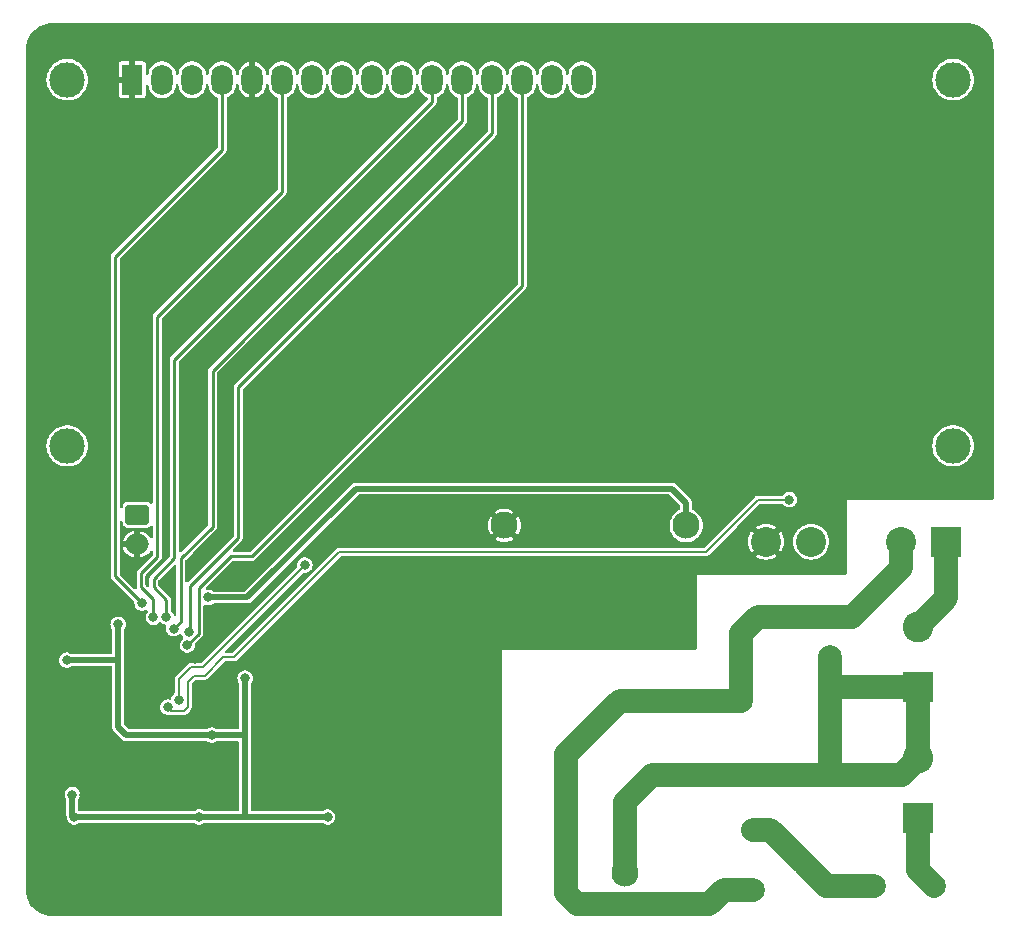
<source format=gbr>
%TF.GenerationSoftware,KiCad,Pcbnew,(7.0.0)*%
%TF.CreationDate,2023-07-28T08:35:31+03:00*%
%TF.ProjectId,Digital_Timer_Switch,44696769-7461-46c5-9f54-696d65725f53,rev?*%
%TF.SameCoordinates,Original*%
%TF.FileFunction,Copper,L2,Bot*%
%TF.FilePolarity,Positive*%
%FSLAX46Y46*%
G04 Gerber Fmt 4.6, Leading zero omitted, Abs format (unit mm)*
G04 Created by KiCad (PCBNEW (7.0.0)) date 2023-07-28 08:35:31*
%MOMM*%
%LPD*%
G01*
G04 APERTURE LIST*
G04 Aperture macros list*
%AMRoundRect*
0 Rectangle with rounded corners*
0 $1 Rounding radius*
0 $2 $3 $4 $5 $6 $7 $8 $9 X,Y pos of 4 corners*
0 Add a 4 corners polygon primitive as box body*
4,1,4,$2,$3,$4,$5,$6,$7,$8,$9,$2,$3,0*
0 Add four circle primitives for the rounded corners*
1,1,$1+$1,$2,$3*
1,1,$1+$1,$4,$5*
1,1,$1+$1,$6,$7*
1,1,$1+$1,$8,$9*
0 Add four rect primitives between the rounded corners*
20,1,$1+$1,$2,$3,$4,$5,0*
20,1,$1+$1,$4,$5,$6,$7,0*
20,1,$1+$1,$6,$7,$8,$9,0*
20,1,$1+$1,$8,$9,$2,$3,0*%
G04 Aperture macros list end*
%TA.AperFunction,ComponentPad*%
%ADD10R,2.540000X2.540000*%
%TD*%
%TA.AperFunction,ComponentPad*%
%ADD11C,2.540000*%
%TD*%
%TA.AperFunction,ComponentPad*%
%ADD12R,2.600000X2.600000*%
%TD*%
%TA.AperFunction,ComponentPad*%
%ADD13C,2.600000*%
%TD*%
%TA.AperFunction,ComponentPad*%
%ADD14C,2.000000*%
%TD*%
%TA.AperFunction,ComponentPad*%
%ADD15RoundRect,0.250000X-0.750000X0.600000X-0.750000X-0.600000X0.750000X-0.600000X0.750000X0.600000X0*%
%TD*%
%TA.AperFunction,ComponentPad*%
%ADD16O,2.000000X1.700000*%
%TD*%
%TA.AperFunction,ComponentPad*%
%ADD17C,3.000000*%
%TD*%
%TA.AperFunction,ComponentPad*%
%ADD18R,1.800000X2.600000*%
%TD*%
%TA.AperFunction,ComponentPad*%
%ADD19O,1.800000X2.600000*%
%TD*%
%TA.AperFunction,ComponentPad*%
%ADD20C,1.800000*%
%TD*%
%TA.AperFunction,ComponentPad*%
%ADD21R,2.000000X2.300000*%
%TD*%
%TA.AperFunction,ComponentPad*%
%ADD22C,2.300000*%
%TD*%
%TA.AperFunction,ViaPad*%
%ADD23C,0.800000*%
%TD*%
%TA.AperFunction,Conductor*%
%ADD24C,2.000000*%
%TD*%
%TA.AperFunction,Conductor*%
%ADD25C,0.500000*%
%TD*%
%TA.AperFunction,Conductor*%
%ADD26C,0.200000*%
%TD*%
%TA.AperFunction,Conductor*%
%ADD27C,0.250000*%
%TD*%
G04 APERTURE END LIST*
D10*
%TO.P,U202,1*%
%TO.N,/Digital_Timer_Switch_Power/AC_OUT*%
X167131999Y-69595999D03*
D11*
%TO.P,U202,2*%
%TO.N,/Digital_Timer_Switch_Power/AC_L*%
X163322000Y-69596000D03*
%TO.P,U202,3*%
%TO.N,Net-(R202-Pad1)*%
X155702000Y-69596000D03*
%TO.P,U202,4*%
%TO.N,GND*%
X151892000Y-69596000D03*
%TD*%
D12*
%TO.P,J101,1,Pin_1*%
%TO.N,/Digital_Timer_Switch_Power/AC_IN_L*%
X164718999Y-93030999D03*
D13*
%TO.P,J101,2,Pin_2*%
%TO.N,/Digital_Timer_Switch_Power/AC_IN_N*%
X164719000Y-87951000D03*
%TD*%
D14*
%TO.P,C207,1*%
%TO.N,/Digital_Timer_Switch_Power/AC_L*%
X149793000Y-79375000D03*
%TO.P,C207,2*%
%TO.N,/Digital_Timer_Switch_Power/AC_IN_N*%
X157293000Y-79375000D03*
%TD*%
%TO.P,C206,1*%
%TO.N,/Digital_Timer_Switch_Power/AC_L*%
X149793000Y-83058000D03*
%TO.P,C206,2*%
%TO.N,/Digital_Timer_Switch_Power/AC_IN_N*%
X157293000Y-83058000D03*
%TD*%
D15*
%TO.P,J102,1,Pin_1*%
%TO.N,Net-(J102-Pin_1)*%
X98646000Y-67306500D03*
D16*
%TO.P,J102,2,Pin_2*%
%TO.N,GND*%
X98645999Y-69806499D03*
%TD*%
D17*
%TO.P,DS401,*%
%TO.N,*%
X92710000Y-30480000D03*
X92710000Y-61480700D03*
X167708580Y-61480700D03*
X167709100Y-30480000D03*
D18*
%TO.P,DS401,1,VSS*%
%TO.N,GND*%
X98209099Y-30479999D03*
D19*
%TO.P,DS401,2,VDD*%
%TO.N,+5V*%
X100749099Y-30479999D03*
%TO.P,DS401,3,VO*%
%TO.N,/MODULE_LCD1602_4BIT/CONTRAST*%
X103289099Y-30479999D03*
%TO.P,DS401,4,RS*%
%TO.N,/MCU_ATMEGA328P-M/PC5*%
X105829099Y-30479999D03*
%TO.P,DS401,5,R/W*%
%TO.N,GND*%
X108369099Y-30479999D03*
%TO.P,DS401,6,E*%
%TO.N,/MCU_ATMEGA328P-M/PC4*%
X110909099Y-30479999D03*
%TO.P,DS401,7,D0*%
%TO.N,unconnected-(DS401-D0-Pad7)*%
X113449099Y-30479999D03*
%TO.P,DS401,8,D1*%
%TO.N,unconnected-(DS401-D1-Pad8)*%
X115989099Y-30479999D03*
%TO.P,DS401,9,D2*%
%TO.N,unconnected-(DS401-D2-Pad9)*%
X118529099Y-30479999D03*
%TO.P,DS401,10,D3*%
%TO.N,unconnected-(DS401-D3-Pad10)*%
X121069099Y-30479999D03*
%TO.P,DS401,11,D4*%
%TO.N,/MCU_ATMEGA328P-M/PC3*%
X123609099Y-30479999D03*
%TO.P,DS401,12,D5*%
%TO.N,/MCU_ATMEGA328P-M/PC2*%
X126149099Y-30479999D03*
%TO.P,DS401,13,D6*%
%TO.N,/MCU_ATMEGA328P-M/PC1*%
X128689099Y-30479999D03*
%TO.P,DS401,14,D7*%
%TO.N,/MCU_ATMEGA328P-M/PC0*%
X131229099Y-30479999D03*
%TO.P,DS401,15,LED(+)*%
%TO.N,+5V*%
X133769099Y-30479999D03*
%TO.P,DS401,16,LED(-)*%
%TO.N,/MODULE_LCD1602_4BIT/CATHODE*%
X136309099Y-30479999D03*
%TD*%
D20*
%TO.P,MOV201,1*%
%TO.N,Net-(F201-Pad1)*%
X155056500Y-96814000D03*
%TO.P,MOV201,2*%
%TO.N,/Digital_Timer_Switch_Power/AC_IN_N*%
X157256500Y-89314000D03*
%TD*%
D14*
%TO.P,TH201,1*%
%TO.N,/Digital_Timer_Switch_Power/AC_L*%
X150749000Y-99060000D03*
%TO.P,TH201,2*%
%TO.N,Net-(F201-Pad1)*%
X150759000Y-93980000D03*
%TD*%
D21*
%TO.P,PS201,1,AC/L*%
%TO.N,/Digital_Timer_Switch_Power/AC_L*%
X134913999Y-97620499D03*
D22*
%TO.P,PS201,2,AC/N*%
%TO.N,/Digital_Timer_Switch_Power/AC_IN_N*%
X139914000Y-97620500D03*
%TO.P,PS201,3,-Vout*%
%TO.N,GND*%
X129714000Y-68220500D03*
%TO.P,PS201,4,+Vout*%
%TO.N,Net-(D201-A)*%
X145114000Y-68220500D03*
%TD*%
D12*
%TO.P,J103,1,Pin_1*%
%TO.N,/Digital_Timer_Switch_Power/AC_IN_N*%
X164718999Y-81859999D03*
D13*
%TO.P,J103,2,Pin_2*%
%TO.N,/Digital_Timer_Switch_Power/AC_OUT*%
X164719000Y-76780000D03*
%TD*%
D14*
%TO.P,F201,1*%
%TO.N,Net-(F201-Pad1)*%
X160985000Y-98746000D03*
%TO.P,F201,2*%
%TO.N,/Digital_Timer_Switch_Power/AC_IN_L*%
X166065000Y-98756000D03*
%TD*%
D23*
%TO.N,GND*%
X103886000Y-91414600D03*
X100101400Y-86944200D03*
X92659200Y-99364800D03*
X110998000Y-98069400D03*
X103530400Y-79502000D03*
X93522800Y-77825600D03*
X105003600Y-87045800D03*
X111480600Y-80086200D03*
X108356400Y-44831000D03*
X108813600Y-49428400D03*
X100482400Y-98171000D03*
X121539000Y-81457800D03*
X121183400Y-98069400D03*
X94141303Y-91008200D03*
X90119200Y-79857600D03*
X101092000Y-73101200D03*
X94028035Y-81765365D03*
X107950000Y-69900800D03*
X103708200Y-70916800D03*
X103301800Y-50444400D03*
X110998000Y-89890600D03*
X90982800Y-74574400D03*
X108966000Y-52959000D03*
X121793000Y-89890600D03*
X108940600Y-65659000D03*
X133019800Y-34645600D03*
X97028000Y-75565000D03*
X114274600Y-39065200D03*
X105791000Y-69469000D03*
%TO.N,+3V3*%
X93141800Y-91008200D03*
X107772200Y-81153000D03*
X92659200Y-79629000D03*
X103860600Y-92913200D03*
X97028000Y-76581000D03*
X114757200Y-92913200D03*
X104952800Y-85979000D03*
X93319600Y-92913200D03*
%TO.N,Net-(D201-A)*%
X104664600Y-74322700D03*
%TO.N,/Digital_Timer_Switch_Power/RELAY_EN*%
X153847800Y-66040000D03*
X101219000Y-83609500D03*
%TO.N,/MCU_ATMEGA328P-M/PC0*%
X102887000Y-78350600D03*
%TO.N,/MCU_ATMEGA328P-M/PC1*%
X102997000Y-77216000D03*
%TO.N,/MCU_ATMEGA328P-M/PB5*%
X102146872Y-82998977D03*
X112826800Y-71577200D03*
%TO.N,/MCU_ATMEGA328P-M/PC2*%
X101727000Y-76962000D03*
%TO.N,/MCU_ATMEGA328P-M/PC3*%
X101092000Y-75946000D03*
%TO.N,/MCU_ATMEGA328P-M/PC4*%
X100000000Y-76000000D03*
%TO.N,/MCU_ATMEGA328P-M/PC5*%
X99060000Y-74803000D03*
%TD*%
D24*
%TO.N,/Digital_Timer_Switch_Power/AC_L*%
X134914000Y-87615400D02*
X139471400Y-83058000D01*
X147070600Y-100300000D02*
X135910800Y-100300000D01*
X159181800Y-75996800D02*
X151155400Y-75996800D01*
X135910800Y-100300000D02*
X134914000Y-99303200D01*
X134914000Y-97620500D02*
X134914000Y-87615400D01*
X134914000Y-99303200D02*
X134914000Y-97620500D01*
X163322000Y-69596000D02*
X163322000Y-71856600D01*
X163322000Y-71856600D02*
X159181800Y-75996800D01*
X148310600Y-99060000D02*
X147070600Y-100300000D01*
X149793000Y-83058000D02*
X149793000Y-79375000D01*
X151155400Y-75996800D02*
X149793000Y-77359200D01*
X139471400Y-83058000D02*
X149793000Y-83058000D01*
X149793000Y-77359200D02*
X149793000Y-79375000D01*
X150749000Y-99060000D02*
X148310600Y-99060000D01*
%TO.N,/Digital_Timer_Switch_Power/AC_IN_N*%
X139914000Y-91607000D02*
X142207000Y-89314000D01*
X157293000Y-83058000D02*
X157293000Y-89277500D01*
X163356000Y-89314000D02*
X164719000Y-87951000D01*
X157256500Y-89314000D02*
X163356000Y-89314000D01*
X139914000Y-97620500D02*
X139914000Y-91607000D01*
X142207000Y-89314000D02*
X157256500Y-89314000D01*
X157293000Y-79375000D02*
X157293000Y-81711800D01*
X164719000Y-81860000D02*
X164719000Y-87951000D01*
X157293000Y-81711800D02*
X157293000Y-83058000D01*
X164719000Y-81860000D02*
X157441200Y-81860000D01*
X157441200Y-81860000D02*
X157293000Y-81711800D01*
X157293000Y-89277500D02*
X157256500Y-89314000D01*
D25*
%TO.N,+3V3*%
X97028000Y-76581000D02*
X97028000Y-78867000D01*
X104952800Y-85979000D02*
X107772200Y-85979000D01*
X107772200Y-85369400D02*
X107772200Y-92913200D01*
X97713800Y-85979000D02*
X97028000Y-85293200D01*
X103860600Y-92913200D02*
X107772200Y-92913200D01*
X104952800Y-85979000D02*
X97713800Y-85979000D01*
X93319600Y-92913200D02*
X103860600Y-92913200D01*
X93141800Y-91008200D02*
X93141800Y-92735400D01*
X97028000Y-85293200D02*
X97028000Y-78867000D01*
X107772200Y-85369400D02*
X107772200Y-81153000D01*
X107772200Y-92913200D02*
X114757200Y-92913200D01*
X93141800Y-92735400D02*
X93319600Y-92913200D01*
X97028000Y-79629000D02*
X92659200Y-79629000D01*
%TO.N,Net-(D201-A)*%
X143891000Y-65100200D02*
X145114000Y-66323200D01*
X145114000Y-66323200D02*
X145114000Y-68220500D01*
X107973100Y-74322700D02*
X117195600Y-65100200D01*
X117195600Y-65100200D02*
X143891000Y-65100200D01*
X104664600Y-74322700D02*
X107973100Y-74322700D01*
D24*
%TO.N,/Digital_Timer_Switch_Power/AC_IN_L*%
X164719000Y-93031000D02*
X164719000Y-97410000D01*
X164719000Y-97410000D02*
X166065000Y-98756000D01*
%TO.N,Net-(F201-Pad1)*%
X156988500Y-98746000D02*
X155056500Y-96814000D01*
X150759000Y-93980000D02*
X152222500Y-93980000D01*
X152222500Y-93980000D02*
X155056500Y-96814000D01*
X160985000Y-98746000D02*
X156988500Y-98746000D01*
D26*
%TO.N,/Digital_Timer_Switch_Power/RELAY_EN*%
X102590600Y-83921600D02*
X102896900Y-83615300D01*
X102896900Y-81481700D02*
X103428800Y-80949800D01*
X101531100Y-83921600D02*
X102590600Y-83921600D01*
X115722400Y-70485000D02*
X146761200Y-70485000D01*
X146761200Y-70485000D02*
X151206200Y-66040000D01*
X101219000Y-83609500D02*
X101531100Y-83921600D01*
X106832400Y-79375000D02*
X115722400Y-70485000D01*
X105918000Y-79375000D02*
X106832400Y-79375000D01*
X103428800Y-80949800D02*
X104343200Y-80949800D01*
X151206200Y-66040000D02*
X153847800Y-66040000D01*
X104343200Y-80949800D02*
X105918000Y-79375000D01*
X102896900Y-83615300D02*
X102896900Y-81481700D01*
D24*
%TO.N,/Digital_Timer_Switch_Power/AC_OUT*%
X167132000Y-69596000D02*
X167132000Y-74367000D01*
X167132000Y-74367000D02*
X164719000Y-76780000D01*
D27*
%TO.N,/MCU_ATMEGA328P-M/PC0*%
X131229100Y-47942500D02*
X131229100Y-30480000D01*
X103860600Y-73533000D02*
X106553000Y-70840600D01*
X106553000Y-70840600D02*
X108331000Y-70840600D01*
X108331000Y-70840600D02*
X131229100Y-47942500D01*
X103860600Y-77377000D02*
X103860600Y-73533000D01*
X102887000Y-78350600D02*
X103860600Y-77377000D01*
%TO.N,/MCU_ATMEGA328P-M/PC1*%
X107188000Y-56515000D02*
X128689100Y-35013900D01*
X128689100Y-35013900D02*
X128689100Y-30480000D01*
X102997000Y-77216000D02*
X103098600Y-77114400D01*
X103098600Y-73367900D02*
X107188000Y-69278500D01*
X107188000Y-69278500D02*
X107188000Y-56515000D01*
X103098600Y-77114400D02*
X103098600Y-73367900D01*
D26*
%TO.N,/MCU_ATMEGA328P-M/PB5*%
X102146872Y-82998977D02*
X102146872Y-81241128D01*
X104202000Y-80202000D02*
X112826800Y-71577200D01*
X103186000Y-80202000D02*
X104202000Y-80202000D01*
X102146872Y-81241128D02*
X103186000Y-80202000D01*
D27*
%TO.N,/MCU_ATMEGA328P-M/PC2*%
X102336600Y-76352400D02*
X102336600Y-71018400D01*
X105015200Y-55131800D02*
X126149100Y-33997900D01*
X126149100Y-33997900D02*
X126149100Y-30480000D01*
X102336600Y-71018400D02*
X105015200Y-68339800D01*
X105015200Y-68339800D02*
X105015200Y-55131800D01*
X101727000Y-76962000D02*
X102336600Y-76352400D01*
%TO.N,/MCU_ATMEGA328P-M/PC3*%
X101777800Y-70993000D02*
X101777800Y-54178200D01*
X100050600Y-72720200D02*
X101777800Y-70993000D01*
X100050600Y-73456800D02*
X100050600Y-72720200D01*
X101092000Y-74498200D02*
X100050600Y-73456800D01*
X101092000Y-75946000D02*
X101092000Y-74498200D01*
X101777800Y-54178200D02*
X123609100Y-32346900D01*
X123609100Y-32346900D02*
X123609100Y-30480000D01*
%TO.N,/MCU_ATMEGA328P-M/PC4*%
X100000000Y-76000000D02*
X100000000Y-74473000D01*
X100330000Y-50546000D02*
X110909100Y-39966900D01*
X110909100Y-39966900D02*
X110909100Y-30480000D01*
X100000000Y-74473000D02*
X98958400Y-73431400D01*
X98958400Y-73431400D02*
X98958400Y-72288400D01*
X100330000Y-70916800D02*
X100330000Y-50546000D01*
X98958400Y-72288400D02*
X100330000Y-70916800D01*
%TO.N,/MCU_ATMEGA328P-M/PC5*%
X105829100Y-36410900D02*
X105829100Y-30480000D01*
X96774000Y-72517000D02*
X96774000Y-45466000D01*
X96774000Y-45466000D02*
X105829100Y-36410900D01*
X99060000Y-74803000D02*
X96774000Y-72517000D01*
%TD*%
%TA.AperFunction,Conductor*%
%TO.N,GND*%
G36*
X101909985Y-71539781D02*
G01*
X101947585Y-71583804D01*
X101961100Y-71640099D01*
X101961100Y-75726545D01*
X101942434Y-75791972D01*
X101892056Y-75837702D01*
X101825132Y-75849966D01*
X101761812Y-75825073D01*
X101721158Y-75770516D01*
X101674881Y-75648494D01*
X101672220Y-75641477D01*
X101582483Y-75511470D01*
X101509273Y-75446612D01*
X101478424Y-75404687D01*
X101467500Y-75353796D01*
X101467500Y-74550005D01*
X101470140Y-74524556D01*
X101470258Y-74523990D01*
X101470258Y-74523989D01*
X101472367Y-74513932D01*
X101468451Y-74482523D01*
X101468128Y-74477313D01*
X101467924Y-74477330D01*
X101467500Y-74472218D01*
X101467500Y-74467086D01*
X101464074Y-74446562D01*
X101463341Y-74441526D01*
X101458137Y-74399772D01*
X101456866Y-74389574D01*
X101453373Y-74382429D01*
X101452065Y-74374590D01*
X101427158Y-74328566D01*
X101424837Y-74324059D01*
X101401826Y-74276989D01*
X101396202Y-74271365D01*
X101392419Y-74264374D01*
X101384858Y-74257414D01*
X101384857Y-74257412D01*
X101353917Y-74228930D01*
X101350219Y-74225382D01*
X100462419Y-73337581D01*
X100435539Y-73297353D01*
X100426100Y-73249900D01*
X100426100Y-72927099D01*
X100435539Y-72879646D01*
X100462419Y-72839418D01*
X101749419Y-71552418D01*
X101798782Y-71522168D01*
X101856498Y-71517626D01*
X101909985Y-71539781D01*
G37*
%TD.AperFunction*%
%TA.AperFunction,Conductor*%
G36*
X97327682Y-67868080D02*
G01*
X97374934Y-67908292D01*
X97396790Y-67966363D01*
X97401079Y-68006268D01*
X97401080Y-68006273D01*
X97401909Y-68013983D01*
X97404619Y-68021249D01*
X97404620Y-68021253D01*
X97423242Y-68071180D01*
X97452204Y-68148831D01*
X97457518Y-68155930D01*
X97457519Y-68155931D01*
X97522503Y-68242739D01*
X97538454Y-68264046D01*
X97653669Y-68350296D01*
X97788517Y-68400591D01*
X97848127Y-68407000D01*
X99443872Y-68406999D01*
X99503483Y-68400591D01*
X99638331Y-68350296D01*
X99753546Y-68264046D01*
X99754761Y-68265670D01*
X99792182Y-68242739D01*
X99849898Y-68238197D01*
X99903385Y-68260352D01*
X99940985Y-68304375D01*
X99954500Y-68360670D01*
X99954500Y-69149114D01*
X99939048Y-69209058D01*
X99896543Y-69254063D01*
X99837579Y-69272912D01*
X99776850Y-69260907D01*
X99729493Y-69221041D01*
X99634536Y-69087693D01*
X99626827Y-69078796D01*
X99483341Y-68941982D01*
X99474100Y-68934715D01*
X99307314Y-68827528D01*
X99296856Y-68822136D01*
X99112798Y-68748450D01*
X99101515Y-68745137D01*
X98907603Y-68707765D01*
X98899450Y-68709950D01*
X98896000Y-68722826D01*
X98896000Y-70884627D01*
X98899760Y-70897819D01*
X98913246Y-70900308D01*
X98999242Y-70892096D01*
X99010793Y-70889869D01*
X99201026Y-70834012D01*
X99211932Y-70829646D01*
X99388159Y-70738795D01*
X99398055Y-70732435D01*
X99553894Y-70609882D01*
X99562408Y-70601764D01*
X99692243Y-70451927D01*
X99699062Y-70442350D01*
X99723113Y-70400694D01*
X99768500Y-70355307D01*
X99830500Y-70338694D01*
X99892500Y-70355307D01*
X99937887Y-70400694D01*
X99954500Y-70462694D01*
X99954500Y-70709900D01*
X99945061Y-70757353D01*
X99918181Y-70797581D01*
X98729507Y-71986253D01*
X98709658Y-72002373D01*
X98700564Y-72008316D01*
X98694258Y-72016417D01*
X98694252Y-72016423D01*
X98681120Y-72033295D01*
X98677673Y-72037222D01*
X98677818Y-72037345D01*
X98674505Y-72041255D01*
X98670880Y-72044882D01*
X98667905Y-72049048D01*
X98667898Y-72049057D01*
X98658801Y-72061799D01*
X98655742Y-72065901D01*
X98629900Y-72099103D01*
X98629896Y-72099110D01*
X98623591Y-72107211D01*
X98621009Y-72114731D01*
X98616390Y-72121201D01*
X98613460Y-72131041D01*
X98613458Y-72131046D01*
X98601456Y-72171357D01*
X98599895Y-72176229D01*
X98586236Y-72216019D01*
X98586235Y-72216024D01*
X98582900Y-72225740D01*
X98582900Y-72233694D01*
X98580632Y-72241312D01*
X98581056Y-72251575D01*
X98581056Y-72251579D01*
X98582794Y-72293593D01*
X98582900Y-72298716D01*
X98582900Y-73379595D01*
X98580260Y-73405044D01*
X98580141Y-73405609D01*
X98580140Y-73405616D01*
X98578033Y-73415668D01*
X98579303Y-73425858D01*
X98579303Y-73425862D01*
X98581948Y-73447076D01*
X98582271Y-73452291D01*
X98582477Y-73452274D01*
X98582900Y-73457379D01*
X98582900Y-73462514D01*
X98583745Y-73467577D01*
X98585758Y-73479644D01*
X98580391Y-73541283D01*
X98545908Y-73592656D01*
X98490896Y-73620972D01*
X98429049Y-73619181D01*
X98375767Y-73587729D01*
X97185819Y-72397781D01*
X97158939Y-72357553D01*
X97149500Y-72310100D01*
X97149500Y-70059005D01*
X97427927Y-70059005D01*
X97428060Y-70070179D01*
X97450377Y-70162170D01*
X97454225Y-70173288D01*
X97536580Y-70353621D01*
X97542468Y-70363819D01*
X97657463Y-70525306D01*
X97665172Y-70534203D01*
X97808658Y-70671017D01*
X97817899Y-70678284D01*
X97984685Y-70785471D01*
X97995143Y-70790863D01*
X98179201Y-70864549D01*
X98190484Y-70867862D01*
X98384396Y-70905234D01*
X98392549Y-70903049D01*
X98396000Y-70890174D01*
X98396000Y-70072826D01*
X98392549Y-70059950D01*
X98379674Y-70056500D01*
X97438819Y-70056500D01*
X97427927Y-70059005D01*
X97149500Y-70059005D01*
X97149500Y-69545988D01*
X97422720Y-69545988D01*
X97423306Y-69554181D01*
X97433964Y-69556500D01*
X98379674Y-69556500D01*
X98392549Y-69553049D01*
X98396000Y-69540174D01*
X98396000Y-68728373D01*
X98392239Y-68715180D01*
X98378753Y-68712691D01*
X98292757Y-68720903D01*
X98281206Y-68723130D01*
X98090973Y-68778987D01*
X98080067Y-68783353D01*
X97903840Y-68874204D01*
X97893944Y-68880564D01*
X97738105Y-69003117D01*
X97729591Y-69011235D01*
X97599756Y-69161072D01*
X97592937Y-69170649D01*
X97493808Y-69342346D01*
X97488920Y-69353049D01*
X97424075Y-69540404D01*
X97422720Y-69545988D01*
X97149500Y-69545988D01*
X97149500Y-67979616D01*
X97165023Y-67919542D01*
X97207707Y-67874510D01*
X97266864Y-67855794D01*
X97327682Y-67868080D01*
G37*
%TD.AperFunction*%
%TA.AperFunction,Conductor*%
G36*
X122397764Y-30878244D02*
G01*
X122442467Y-30918996D01*
X122462571Y-30976048D01*
X122472806Y-31086510D01*
X122473344Y-31092310D01*
X122474912Y-31097821D01*
X122474914Y-31097831D01*
X122530124Y-31291870D01*
X122530126Y-31291876D01*
X122531695Y-31297389D01*
X122534253Y-31302526D01*
X122618880Y-31472483D01*
X122626734Y-31488255D01*
X122755228Y-31658407D01*
X122912798Y-31802052D01*
X122917663Y-31805064D01*
X122917664Y-31805065D01*
X122998379Y-31855042D01*
X123094081Y-31914298D01*
X123152936Y-31937098D01*
X123154394Y-31937663D01*
X123195921Y-31964269D01*
X123223792Y-32004957D01*
X123233600Y-32053290D01*
X123233600Y-32140001D01*
X123224161Y-32187454D01*
X123197281Y-32227682D01*
X101548907Y-53876053D01*
X101529058Y-53892173D01*
X101519964Y-53898116D01*
X101513658Y-53906217D01*
X101513652Y-53906223D01*
X101500520Y-53923095D01*
X101497073Y-53927022D01*
X101497218Y-53927145D01*
X101493905Y-53931055D01*
X101490280Y-53934682D01*
X101487305Y-53938848D01*
X101487298Y-53938857D01*
X101478201Y-53951599D01*
X101475142Y-53955701D01*
X101449300Y-53988903D01*
X101449296Y-53988910D01*
X101442991Y-53997011D01*
X101440409Y-54004531D01*
X101435790Y-54011001D01*
X101432860Y-54020841D01*
X101432858Y-54020846D01*
X101420856Y-54061157D01*
X101419295Y-54066029D01*
X101405636Y-54105819D01*
X101405635Y-54105824D01*
X101402300Y-54115540D01*
X101402300Y-54123494D01*
X101400032Y-54131112D01*
X101400456Y-54141375D01*
X101400456Y-54141379D01*
X101402194Y-54183393D01*
X101402300Y-54188516D01*
X101402300Y-70786101D01*
X101392861Y-70833554D01*
X101365981Y-70873782D01*
X99821707Y-72418053D01*
X99801858Y-72434173D01*
X99792764Y-72440116D01*
X99786458Y-72448217D01*
X99786452Y-72448223D01*
X99773320Y-72465095D01*
X99769873Y-72469022D01*
X99770018Y-72469145D01*
X99766705Y-72473055D01*
X99763080Y-72476682D01*
X99760105Y-72480848D01*
X99760098Y-72480857D01*
X99751001Y-72493599D01*
X99747942Y-72497701D01*
X99722100Y-72530903D01*
X99722096Y-72530910D01*
X99715791Y-72539011D01*
X99713209Y-72546531D01*
X99708590Y-72553001D01*
X99705660Y-72562841D01*
X99705658Y-72562846D01*
X99693656Y-72603157D01*
X99692095Y-72608029D01*
X99678436Y-72647819D01*
X99678435Y-72647824D01*
X99675100Y-72657540D01*
X99675100Y-72665494D01*
X99672832Y-72673112D01*
X99673256Y-72683375D01*
X99673256Y-72683379D01*
X99674994Y-72725393D01*
X99675100Y-72730516D01*
X99675100Y-73317700D01*
X99661585Y-73373995D01*
X99623985Y-73418018D01*
X99570498Y-73440173D01*
X99512782Y-73435631D01*
X99463419Y-73405381D01*
X99370219Y-73312181D01*
X99343339Y-73271953D01*
X99333900Y-73224500D01*
X99333900Y-72495299D01*
X99343339Y-72447846D01*
X99370219Y-72407618D01*
X99666330Y-72111507D01*
X100558889Y-71218946D01*
X100578747Y-71202821D01*
X100587836Y-71196884D01*
X100607279Y-71171902D01*
X100610742Y-71168009D01*
X100610571Y-71167864D01*
X100613883Y-71163953D01*
X100617519Y-71160318D01*
X100629614Y-71143376D01*
X100632621Y-71139342D01*
X100664809Y-71097989D01*
X100667390Y-71090468D01*
X100672010Y-71083999D01*
X100686959Y-71033783D01*
X100688481Y-71029032D01*
X100705500Y-70979460D01*
X100705500Y-70971507D01*
X100707768Y-70963889D01*
X100705606Y-70911608D01*
X100705500Y-70906485D01*
X100705500Y-50752899D01*
X100714939Y-50705446D01*
X100741819Y-50665218D01*
X103307195Y-48099842D01*
X111137989Y-40269046D01*
X111157847Y-40252921D01*
X111166936Y-40246984D01*
X111186379Y-40222002D01*
X111189846Y-40218105D01*
X111189674Y-40217960D01*
X111192981Y-40214054D01*
X111196620Y-40210417D01*
X111208697Y-40193500D01*
X111211763Y-40189389D01*
X111243909Y-40148089D01*
X111246490Y-40140568D01*
X111251110Y-40134099D01*
X111266055Y-40083895D01*
X111267579Y-40079138D01*
X111284600Y-40029560D01*
X111284600Y-40021606D01*
X111286868Y-40013988D01*
X111284706Y-39961707D01*
X111284600Y-39956584D01*
X111284600Y-32053290D01*
X111294408Y-32004957D01*
X111322279Y-31964269D01*
X111363806Y-31937663D01*
X111364886Y-31937244D01*
X111424119Y-31914298D01*
X111605402Y-31802052D01*
X111762972Y-31658407D01*
X111891466Y-31488255D01*
X111986505Y-31297389D01*
X112044856Y-31092310D01*
X112055629Y-30976047D01*
X112075733Y-30918996D01*
X112120436Y-30878244D01*
X112179100Y-30863489D01*
X112237764Y-30878244D01*
X112282467Y-30918996D01*
X112302571Y-30976048D01*
X112312806Y-31086510D01*
X112313344Y-31092310D01*
X112314912Y-31097821D01*
X112314914Y-31097831D01*
X112370124Y-31291870D01*
X112370126Y-31291876D01*
X112371695Y-31297389D01*
X112374253Y-31302526D01*
X112458880Y-31472483D01*
X112466734Y-31488255D01*
X112595228Y-31658407D01*
X112752798Y-31802052D01*
X112934081Y-31914298D01*
X113132902Y-31991321D01*
X113342490Y-32030500D01*
X113549981Y-32030500D01*
X113555710Y-32030500D01*
X113765298Y-31991321D01*
X113964119Y-31914298D01*
X114145402Y-31802052D01*
X114302972Y-31658407D01*
X114431466Y-31488255D01*
X114526505Y-31297389D01*
X114584856Y-31092310D01*
X114595629Y-30976047D01*
X114615733Y-30918996D01*
X114660436Y-30878244D01*
X114719100Y-30863489D01*
X114777764Y-30878244D01*
X114822467Y-30918996D01*
X114842571Y-30976048D01*
X114852806Y-31086510D01*
X114853344Y-31092310D01*
X114854912Y-31097821D01*
X114854914Y-31097831D01*
X114910124Y-31291870D01*
X114910126Y-31291876D01*
X114911695Y-31297389D01*
X114914253Y-31302526D01*
X114998880Y-31472483D01*
X115006734Y-31488255D01*
X115135228Y-31658407D01*
X115292798Y-31802052D01*
X115474081Y-31914298D01*
X115672902Y-31991321D01*
X115882490Y-32030500D01*
X116089981Y-32030500D01*
X116095710Y-32030500D01*
X116305298Y-31991321D01*
X116504119Y-31914298D01*
X116685402Y-31802052D01*
X116842972Y-31658407D01*
X116971466Y-31488255D01*
X117066505Y-31297389D01*
X117124856Y-31092310D01*
X117135629Y-30976047D01*
X117155733Y-30918996D01*
X117200436Y-30878244D01*
X117259100Y-30863489D01*
X117317764Y-30878244D01*
X117362467Y-30918996D01*
X117382571Y-30976048D01*
X117392806Y-31086510D01*
X117393344Y-31092310D01*
X117394912Y-31097821D01*
X117394914Y-31097831D01*
X117450124Y-31291870D01*
X117450126Y-31291876D01*
X117451695Y-31297389D01*
X117454253Y-31302526D01*
X117538880Y-31472483D01*
X117546734Y-31488255D01*
X117675228Y-31658407D01*
X117832798Y-31802052D01*
X118014081Y-31914298D01*
X118212902Y-31991321D01*
X118422490Y-32030500D01*
X118629981Y-32030500D01*
X118635710Y-32030500D01*
X118845298Y-31991321D01*
X119044119Y-31914298D01*
X119225402Y-31802052D01*
X119382972Y-31658407D01*
X119511466Y-31488255D01*
X119606505Y-31297389D01*
X119664856Y-31092310D01*
X119675629Y-30976047D01*
X119695733Y-30918996D01*
X119740436Y-30878244D01*
X119799100Y-30863489D01*
X119857764Y-30878244D01*
X119902467Y-30918996D01*
X119922571Y-30976048D01*
X119932806Y-31086510D01*
X119933344Y-31092310D01*
X119934912Y-31097821D01*
X119934914Y-31097831D01*
X119990124Y-31291870D01*
X119990126Y-31291876D01*
X119991695Y-31297389D01*
X119994253Y-31302526D01*
X120078880Y-31472483D01*
X120086734Y-31488255D01*
X120215228Y-31658407D01*
X120372798Y-31802052D01*
X120554081Y-31914298D01*
X120752902Y-31991321D01*
X120962490Y-32030500D01*
X121169981Y-32030500D01*
X121175710Y-32030500D01*
X121385298Y-31991321D01*
X121584119Y-31914298D01*
X121765402Y-31802052D01*
X121922972Y-31658407D01*
X122051466Y-31488255D01*
X122146505Y-31297389D01*
X122204856Y-31092310D01*
X122215629Y-30976047D01*
X122235733Y-30918996D01*
X122280436Y-30878244D01*
X122339100Y-30863489D01*
X122397764Y-30878244D01*
G37*
%TD.AperFunction*%
%TA.AperFunction,Conductor*%
G36*
X127477764Y-30878244D02*
G01*
X127522467Y-30918996D01*
X127542571Y-30976048D01*
X127552806Y-31086510D01*
X127553344Y-31092310D01*
X127554912Y-31097821D01*
X127554914Y-31097831D01*
X127610124Y-31291870D01*
X127610126Y-31291876D01*
X127611695Y-31297389D01*
X127614253Y-31302526D01*
X127698880Y-31472483D01*
X127706734Y-31488255D01*
X127835228Y-31658407D01*
X127992798Y-31802052D01*
X127997663Y-31805064D01*
X127997664Y-31805065D01*
X128078379Y-31855042D01*
X128174081Y-31914298D01*
X128232936Y-31937098D01*
X128234394Y-31937663D01*
X128275921Y-31964269D01*
X128303792Y-32004957D01*
X128313600Y-32053290D01*
X128313600Y-34807001D01*
X128304161Y-34854454D01*
X128277281Y-34894682D01*
X106959107Y-56212853D01*
X106939258Y-56228973D01*
X106930164Y-56234916D01*
X106923858Y-56243017D01*
X106923852Y-56243023D01*
X106910720Y-56259895D01*
X106907273Y-56263822D01*
X106907418Y-56263945D01*
X106904105Y-56267855D01*
X106900480Y-56271482D01*
X106897505Y-56275648D01*
X106897498Y-56275657D01*
X106888401Y-56288399D01*
X106885342Y-56292501D01*
X106859500Y-56325703D01*
X106859496Y-56325710D01*
X106853191Y-56333811D01*
X106850609Y-56341331D01*
X106845990Y-56347801D01*
X106843060Y-56357641D01*
X106843058Y-56357646D01*
X106831056Y-56397957D01*
X106829495Y-56402829D01*
X106815836Y-56442619D01*
X106815835Y-56442624D01*
X106812500Y-56452340D01*
X106812500Y-56460294D01*
X106810232Y-56467912D01*
X106810656Y-56478175D01*
X106810656Y-56478179D01*
X106812394Y-56520193D01*
X106812500Y-56525316D01*
X106812500Y-69071601D01*
X106803061Y-69119054D01*
X106776181Y-69159282D01*
X102923781Y-73011680D01*
X102874418Y-73041930D01*
X102816702Y-73046472D01*
X102763215Y-73024317D01*
X102725615Y-72980294D01*
X102712100Y-72923999D01*
X102712100Y-71225299D01*
X102721539Y-71177846D01*
X102748419Y-71137618D01*
X103360731Y-70525306D01*
X105244089Y-68641946D01*
X105263947Y-68625821D01*
X105273036Y-68619884D01*
X105292479Y-68594902D01*
X105295942Y-68591009D01*
X105295771Y-68590864D01*
X105299083Y-68586953D01*
X105302719Y-68583318D01*
X105314814Y-68566376D01*
X105317821Y-68562342D01*
X105350009Y-68520989D01*
X105352590Y-68513468D01*
X105357210Y-68506999D01*
X105372161Y-68456779D01*
X105373681Y-68452032D01*
X105390700Y-68402460D01*
X105390700Y-68394507D01*
X105392968Y-68386889D01*
X105390806Y-68334608D01*
X105390700Y-68329485D01*
X105390700Y-55338699D01*
X105400139Y-55291246D01*
X105427019Y-55251018D01*
X115514184Y-45163853D01*
X126377993Y-34300043D01*
X126397848Y-34283920D01*
X126406936Y-34277984D01*
X126426371Y-34253011D01*
X126429844Y-34249108D01*
X126429673Y-34248963D01*
X126432985Y-34245052D01*
X126436620Y-34241418D01*
X126448708Y-34224485D01*
X126451747Y-34220408D01*
X126483909Y-34179089D01*
X126486490Y-34171568D01*
X126491110Y-34165099D01*
X126506055Y-34114895D01*
X126507579Y-34110138D01*
X126524600Y-34060560D01*
X126524600Y-34052606D01*
X126526868Y-34044988D01*
X126524706Y-33992707D01*
X126524600Y-33987584D01*
X126524600Y-32053290D01*
X126534408Y-32004957D01*
X126562279Y-31964269D01*
X126603806Y-31937663D01*
X126604886Y-31937244D01*
X126664119Y-31914298D01*
X126845402Y-31802052D01*
X127002972Y-31658407D01*
X127131466Y-31488255D01*
X127226505Y-31297389D01*
X127284856Y-31092310D01*
X127295629Y-30976047D01*
X127315733Y-30918996D01*
X127360436Y-30878244D01*
X127419100Y-30863489D01*
X127477764Y-30878244D01*
G37*
%TD.AperFunction*%
%TA.AperFunction,Conductor*%
G36*
X124937764Y-30878244D02*
G01*
X124982467Y-30918996D01*
X125002571Y-30976048D01*
X125012806Y-31086510D01*
X125013344Y-31092310D01*
X125014912Y-31097821D01*
X125014914Y-31097831D01*
X125070124Y-31291870D01*
X125070126Y-31291876D01*
X125071695Y-31297389D01*
X125074253Y-31302526D01*
X125158880Y-31472483D01*
X125166734Y-31488255D01*
X125295228Y-31658407D01*
X125452798Y-31802052D01*
X125457663Y-31805064D01*
X125457664Y-31805065D01*
X125538379Y-31855042D01*
X125634081Y-31914298D01*
X125692936Y-31937098D01*
X125694394Y-31937663D01*
X125735921Y-31964269D01*
X125763792Y-32004957D01*
X125773600Y-32053290D01*
X125773600Y-33791001D01*
X125764161Y-33838454D01*
X125737281Y-33878682D01*
X104786307Y-54829653D01*
X104766458Y-54845773D01*
X104757364Y-54851716D01*
X104751058Y-54859817D01*
X104751052Y-54859823D01*
X104737920Y-54876695D01*
X104734473Y-54880622D01*
X104734618Y-54880745D01*
X104731305Y-54884655D01*
X104727680Y-54888282D01*
X104724705Y-54892448D01*
X104724698Y-54892457D01*
X104715601Y-54905199D01*
X104712542Y-54909301D01*
X104686700Y-54942503D01*
X104686696Y-54942510D01*
X104680391Y-54950611D01*
X104677809Y-54958131D01*
X104673190Y-54964601D01*
X104670260Y-54974441D01*
X104670258Y-54974446D01*
X104658256Y-55014757D01*
X104656695Y-55019629D01*
X104643036Y-55059419D01*
X104643035Y-55059424D01*
X104639700Y-55069140D01*
X104639700Y-55077094D01*
X104637432Y-55084712D01*
X104637856Y-55094975D01*
X104637856Y-55094979D01*
X104639594Y-55136993D01*
X104639700Y-55142116D01*
X104639700Y-68132900D01*
X104630261Y-68180353D01*
X104603381Y-68220581D01*
X102364981Y-70458981D01*
X102315618Y-70489231D01*
X102257902Y-70493773D01*
X102204415Y-70471618D01*
X102166815Y-70427595D01*
X102153300Y-70371300D01*
X102153300Y-54385099D01*
X102162739Y-54337646D01*
X102189619Y-54297418D01*
X106243184Y-50243853D01*
X123837989Y-32649046D01*
X123857847Y-32632921D01*
X123866936Y-32626984D01*
X123886379Y-32602002D01*
X123889846Y-32598105D01*
X123889674Y-32597960D01*
X123892981Y-32594054D01*
X123896620Y-32590417D01*
X123908697Y-32573500D01*
X123911763Y-32569389D01*
X123943909Y-32528089D01*
X123946490Y-32520568D01*
X123951110Y-32514099D01*
X123966041Y-32463945D01*
X123967591Y-32459101D01*
X123984600Y-32409560D01*
X123984600Y-32401609D01*
X123986869Y-32393988D01*
X123984705Y-32341693D01*
X123984600Y-32336569D01*
X123984600Y-32053290D01*
X123994408Y-32004957D01*
X124022279Y-31964269D01*
X124063806Y-31937663D01*
X124064886Y-31937244D01*
X124124119Y-31914298D01*
X124305402Y-31802052D01*
X124462972Y-31658407D01*
X124591466Y-31488255D01*
X124686505Y-31297389D01*
X124744856Y-31092310D01*
X124755629Y-30976047D01*
X124775733Y-30918996D01*
X124820436Y-30878244D01*
X124879100Y-30863489D01*
X124937764Y-30878244D01*
G37*
%TD.AperFunction*%
%TA.AperFunction,Conductor*%
G36*
X130017764Y-30878244D02*
G01*
X130062467Y-30918996D01*
X130082571Y-30976048D01*
X130092806Y-31086510D01*
X130093344Y-31092310D01*
X130094912Y-31097821D01*
X130094914Y-31097831D01*
X130150124Y-31291870D01*
X130150126Y-31291876D01*
X130151695Y-31297389D01*
X130154253Y-31302526D01*
X130238880Y-31472483D01*
X130246734Y-31488255D01*
X130375228Y-31658407D01*
X130532798Y-31802052D01*
X130537663Y-31805064D01*
X130537664Y-31805065D01*
X130618379Y-31855042D01*
X130714081Y-31914298D01*
X130772936Y-31937098D01*
X130774394Y-31937663D01*
X130815921Y-31964269D01*
X130843792Y-32004957D01*
X130853600Y-32053290D01*
X130853600Y-47735601D01*
X130844161Y-47783054D01*
X130817281Y-47823282D01*
X108211781Y-70428781D01*
X108171553Y-70455661D01*
X108124100Y-70465100D01*
X106831799Y-70465100D01*
X106775504Y-70451585D01*
X106731481Y-70413985D01*
X106709326Y-70360498D01*
X106713868Y-70302782D01*
X106744118Y-70253419D01*
X107043106Y-69954431D01*
X107416893Y-69580643D01*
X107436748Y-69564520D01*
X107445836Y-69558584D01*
X107465271Y-69533611D01*
X107468744Y-69529708D01*
X107468573Y-69529563D01*
X107471885Y-69525652D01*
X107475520Y-69522018D01*
X107487608Y-69505085D01*
X107490647Y-69501008D01*
X107522809Y-69459689D01*
X107525390Y-69452168D01*
X107530010Y-69445699D01*
X107544955Y-69395495D01*
X107546479Y-69390738D01*
X107563500Y-69341160D01*
X107563500Y-69333206D01*
X107565768Y-69325588D01*
X107563606Y-69273307D01*
X107563500Y-69268184D01*
X107563500Y-56721899D01*
X107572939Y-56674446D01*
X107599819Y-56634218D01*
X110357984Y-53876053D01*
X128917989Y-35316046D01*
X128937847Y-35299921D01*
X128946936Y-35293984D01*
X128966379Y-35269002D01*
X128969842Y-35265109D01*
X128969671Y-35264964D01*
X128972983Y-35261053D01*
X128976619Y-35257418D01*
X128988714Y-35240476D01*
X128991721Y-35236442D01*
X129023909Y-35195089D01*
X129026490Y-35187568D01*
X129031110Y-35181099D01*
X129046059Y-35130883D01*
X129047581Y-35126132D01*
X129064600Y-35076560D01*
X129064600Y-35068607D01*
X129066868Y-35060989D01*
X129064706Y-35008708D01*
X129064600Y-35003585D01*
X129064600Y-32053290D01*
X129074408Y-32004957D01*
X129102279Y-31964269D01*
X129143806Y-31937663D01*
X129144886Y-31937244D01*
X129204119Y-31914298D01*
X129385402Y-31802052D01*
X129542972Y-31658407D01*
X129671466Y-31488255D01*
X129766505Y-31297389D01*
X129824856Y-31092310D01*
X129835629Y-30976047D01*
X129855733Y-30918996D01*
X129900436Y-30878244D01*
X129959100Y-30863489D01*
X130017764Y-30878244D01*
G37*
%TD.AperFunction*%
%TA.AperFunction,Conductor*%
G36*
X168913736Y-25700726D02*
G01*
X169172457Y-25716375D01*
X169187320Y-25718180D01*
X169438575Y-25764225D01*
X169453097Y-25767804D01*
X169696990Y-25843803D01*
X169710967Y-25849104D01*
X169943915Y-25953946D01*
X169957161Y-25960898D01*
X170175768Y-26093051D01*
X170188079Y-26101549D01*
X170389161Y-26259086D01*
X170400369Y-26269016D01*
X170580983Y-26449630D01*
X170590913Y-26460838D01*
X170748446Y-26661914D01*
X170756952Y-26674237D01*
X170889098Y-26892832D01*
X170896057Y-26906091D01*
X171000893Y-27139028D01*
X171006199Y-27153018D01*
X171082191Y-27396886D01*
X171085774Y-27411424D01*
X171131819Y-27662679D01*
X171133624Y-27677544D01*
X171149274Y-27936264D01*
X171149500Y-27943751D01*
X171149500Y-65916000D01*
X171132887Y-65978000D01*
X171087500Y-66023387D01*
X171025500Y-66040000D01*
X158750000Y-66040000D01*
X158750000Y-66056326D01*
X158750000Y-72266000D01*
X158733387Y-72328000D01*
X158688000Y-72373387D01*
X158626000Y-72390000D01*
X146050000Y-72390000D01*
X146050000Y-72406326D01*
X146050000Y-78616000D01*
X146033387Y-78678000D01*
X145988000Y-78723387D01*
X145926000Y-78740000D01*
X129540000Y-78740000D01*
X129540000Y-78756326D01*
X129540000Y-101175500D01*
X129523387Y-101237500D01*
X129478000Y-101282887D01*
X129416000Y-101299500D01*
X91443751Y-101299500D01*
X91436264Y-101299274D01*
X91177544Y-101283624D01*
X91162679Y-101281819D01*
X90911424Y-101235774D01*
X90896890Y-101232192D01*
X90653018Y-101156199D01*
X90639028Y-101150893D01*
X90406091Y-101046057D01*
X90392832Y-101039098D01*
X90174237Y-100906952D01*
X90161914Y-100898446D01*
X89960838Y-100740913D01*
X89949630Y-100730983D01*
X89769016Y-100550369D01*
X89759086Y-100539161D01*
X89601553Y-100338085D01*
X89593051Y-100325768D01*
X89460898Y-100107161D01*
X89453946Y-100093915D01*
X89349104Y-99860967D01*
X89343803Y-99846990D01*
X89267804Y-99603097D01*
X89264225Y-99588575D01*
X89218180Y-99337320D01*
X89216375Y-99322455D01*
X89200726Y-99063736D01*
X89200500Y-99056249D01*
X89200500Y-79629000D01*
X92003922Y-79629000D01*
X92004826Y-79636445D01*
X92022058Y-79778370D01*
X92022059Y-79778375D01*
X92022963Y-79785818D01*
X92025622Y-79792831D01*
X92025623Y-79792832D01*
X92074763Y-79922405D01*
X92078980Y-79933523D01*
X92083243Y-79939699D01*
X92098002Y-79961082D01*
X92168717Y-80063530D01*
X92174326Y-80068499D01*
X92174327Y-80068500D01*
X92278384Y-80160686D01*
X92286960Y-80168283D01*
X92426835Y-80241696D01*
X92580215Y-80279500D01*
X92730685Y-80279500D01*
X92738185Y-80279500D01*
X92891565Y-80241696D01*
X93031440Y-80168283D01*
X93040017Y-80160683D01*
X93078271Y-80137558D01*
X93122243Y-80129500D01*
X96403500Y-80129500D01*
X96465500Y-80146113D01*
X96510887Y-80191500D01*
X96527500Y-80253500D01*
X96527500Y-85226056D01*
X96526043Y-85239605D01*
X96526159Y-85239614D01*
X96525525Y-85248462D01*
X96523641Y-85257127D01*
X96524273Y-85265967D01*
X96524273Y-85265973D01*
X96527184Y-85306661D01*
X96527500Y-85315508D01*
X96527500Y-85328999D01*
X96528130Y-85333380D01*
X96529420Y-85342355D01*
X96530365Y-85351146D01*
X96531449Y-85366304D01*
X96533909Y-85400683D01*
X96537006Y-85408989D01*
X96538892Y-85417655D01*
X96538779Y-85417679D01*
X96538964Y-85418403D01*
X96539075Y-85418371D01*
X96541572Y-85426876D01*
X96542835Y-85435657D01*
X96546519Y-85443724D01*
X96546520Y-85443727D01*
X96563457Y-85480813D01*
X96566845Y-85488990D01*
X96581104Y-85527221D01*
X96581105Y-85527223D01*
X96584204Y-85535531D01*
X96589519Y-85542631D01*
X96593768Y-85550412D01*
X96593666Y-85550467D01*
X96594046Y-85551107D01*
X96594143Y-85551045D01*
X96598939Y-85558507D01*
X96602623Y-85566573D01*
X96635147Y-85604107D01*
X96640688Y-85610985D01*
X96648779Y-85621793D01*
X96651916Y-85624930D01*
X96658322Y-85631336D01*
X96664354Y-85637815D01*
X96691065Y-85668642D01*
X96691067Y-85668644D01*
X96696872Y-85675343D01*
X96704328Y-85680134D01*
X96711037Y-85685948D01*
X96710961Y-85686035D01*
X96721571Y-85694585D01*
X97312413Y-86285427D01*
X97320964Y-86296038D01*
X97321052Y-86295963D01*
X97326863Y-86302668D01*
X97331657Y-86310128D01*
X97369200Y-86342658D01*
X97375661Y-86348675D01*
X97385207Y-86358221D01*
X97393190Y-86364197D01*
X97396007Y-86366306D01*
X97402899Y-86371860D01*
X97433719Y-86398566D01*
X97433725Y-86398570D01*
X97440427Y-86404377D01*
X97448494Y-86408061D01*
X97455954Y-86412855D01*
X97455890Y-86412953D01*
X97456529Y-86413332D01*
X97456585Y-86413230D01*
X97464365Y-86417478D01*
X97471469Y-86422796D01*
X97518022Y-86440159D01*
X97526160Y-86443530D01*
X97571343Y-86464165D01*
X97580126Y-86465427D01*
X97588632Y-86467925D01*
X97588598Y-86468037D01*
X97589315Y-86468220D01*
X97589340Y-86468106D01*
X97598004Y-86469990D01*
X97606317Y-86473091D01*
X97655852Y-86476633D01*
X97664637Y-86477578D01*
X97678001Y-86479500D01*
X97691492Y-86479500D01*
X97700338Y-86479815D01*
X97749873Y-86483359D01*
X97758539Y-86481473D01*
X97767386Y-86480841D01*
X97767394Y-86480956D01*
X97780944Y-86479500D01*
X104489757Y-86479500D01*
X104533729Y-86487558D01*
X104571982Y-86510683D01*
X104580560Y-86518283D01*
X104720435Y-86591696D01*
X104873815Y-86629500D01*
X105024285Y-86629500D01*
X105031785Y-86629500D01*
X105185165Y-86591696D01*
X105325040Y-86518283D01*
X105333617Y-86510683D01*
X105371871Y-86487558D01*
X105415843Y-86479500D01*
X107147700Y-86479500D01*
X107209700Y-86496113D01*
X107255087Y-86541500D01*
X107271700Y-86603500D01*
X107271700Y-92288700D01*
X107255087Y-92350700D01*
X107209700Y-92396087D01*
X107147700Y-92412700D01*
X104323643Y-92412700D01*
X104279671Y-92404642D01*
X104241417Y-92381516D01*
X104232840Y-92373917D01*
X104183300Y-92347916D01*
X104099606Y-92303989D01*
X104099602Y-92303987D01*
X104092965Y-92300504D01*
X104085687Y-92298710D01*
X104085684Y-92298709D01*
X103946867Y-92264494D01*
X103946860Y-92264493D01*
X103939585Y-92262700D01*
X103781615Y-92262700D01*
X103774340Y-92264492D01*
X103774332Y-92264494D01*
X103635515Y-92298709D01*
X103635509Y-92298710D01*
X103628235Y-92300504D01*
X103621600Y-92303986D01*
X103621593Y-92303989D01*
X103495003Y-92370430D01*
X103495000Y-92370431D01*
X103488360Y-92373917D01*
X103479782Y-92381516D01*
X103441529Y-92404642D01*
X103397557Y-92412700D01*
X93782643Y-92412700D01*
X93738671Y-92404642D01*
X93700417Y-92381516D01*
X93691840Y-92373917D01*
X93691838Y-92373915D01*
X93692133Y-92373583D01*
X93656504Y-92333368D01*
X93642300Y-92275741D01*
X93642300Y-91466858D01*
X93647915Y-91429968D01*
X93664250Y-91396418D01*
X93671648Y-91385698D01*
X93722020Y-91312723D01*
X93778037Y-91165018D01*
X93797078Y-91008200D01*
X93778037Y-90851382D01*
X93722020Y-90703677D01*
X93632283Y-90573670D01*
X93514040Y-90468917D01*
X93507395Y-90465429D01*
X93507393Y-90465428D01*
X93380806Y-90398989D01*
X93380802Y-90398987D01*
X93374165Y-90395504D01*
X93366887Y-90393710D01*
X93366884Y-90393709D01*
X93228067Y-90359494D01*
X93228060Y-90359493D01*
X93220785Y-90357700D01*
X93062815Y-90357700D01*
X93055540Y-90359492D01*
X93055532Y-90359494D01*
X92916715Y-90393709D01*
X92916709Y-90393710D01*
X92909435Y-90395504D01*
X92902800Y-90398986D01*
X92902793Y-90398989D01*
X92776206Y-90465428D01*
X92776200Y-90465431D01*
X92769560Y-90468917D01*
X92763948Y-90473887D01*
X92763943Y-90473892D01*
X92656927Y-90568699D01*
X92656922Y-90568703D01*
X92651317Y-90573670D01*
X92647062Y-90579834D01*
X92647057Y-90579840D01*
X92565843Y-90697500D01*
X92565840Y-90697503D01*
X92561580Y-90703677D01*
X92558920Y-90710688D01*
X92558918Y-90710694D01*
X92508223Y-90844367D01*
X92505563Y-90851382D01*
X92504659Y-90858822D01*
X92504658Y-90858829D01*
X92487870Y-90997096D01*
X92486522Y-91008200D01*
X92487426Y-91015645D01*
X92504658Y-91157570D01*
X92504659Y-91157575D01*
X92505563Y-91165018D01*
X92561580Y-91312723D01*
X92565843Y-91318899D01*
X92619350Y-91396418D01*
X92635685Y-91429968D01*
X92641300Y-91466858D01*
X92641300Y-92668256D01*
X92639843Y-92681805D01*
X92639959Y-92681814D01*
X92639325Y-92690662D01*
X92637441Y-92699327D01*
X92638073Y-92708167D01*
X92638073Y-92708173D01*
X92640984Y-92748861D01*
X92641300Y-92757708D01*
X92641300Y-92771199D01*
X92641930Y-92775580D01*
X92643220Y-92784555D01*
X92644165Y-92793346D01*
X92647709Y-92842883D01*
X92650806Y-92851189D01*
X92652692Y-92859855D01*
X92652579Y-92859879D01*
X92652764Y-92860605D01*
X92652875Y-92860573D01*
X92655372Y-92869080D01*
X92656635Y-92877857D01*
X92660231Y-92885732D01*
X92664185Y-92913216D01*
X92664322Y-92913200D01*
X92665075Y-92919406D01*
X92665078Y-92919429D01*
X92665225Y-92920637D01*
X92682458Y-93062570D01*
X92682459Y-93062575D01*
X92683363Y-93070018D01*
X92739380Y-93217723D01*
X92829117Y-93347730D01*
X92834726Y-93352699D01*
X92834727Y-93352700D01*
X92938784Y-93444886D01*
X92947360Y-93452483D01*
X93087235Y-93525896D01*
X93240615Y-93563700D01*
X93391085Y-93563700D01*
X93398585Y-93563700D01*
X93551965Y-93525896D01*
X93691840Y-93452483D01*
X93700417Y-93444883D01*
X93738671Y-93421758D01*
X93782643Y-93413700D01*
X103397557Y-93413700D01*
X103441529Y-93421758D01*
X103479782Y-93444883D01*
X103488360Y-93452483D01*
X103628235Y-93525896D01*
X103781615Y-93563700D01*
X103932085Y-93563700D01*
X103939585Y-93563700D01*
X104092965Y-93525896D01*
X104232840Y-93452483D01*
X104241417Y-93444883D01*
X104279671Y-93421758D01*
X104323643Y-93413700D01*
X107700239Y-93413700D01*
X107736401Y-93413700D01*
X107807999Y-93413700D01*
X107844161Y-93413700D01*
X114294157Y-93413700D01*
X114338129Y-93421758D01*
X114376382Y-93444883D01*
X114384960Y-93452483D01*
X114524835Y-93525896D01*
X114678215Y-93563700D01*
X114828685Y-93563700D01*
X114836185Y-93563700D01*
X114989565Y-93525896D01*
X115129440Y-93452483D01*
X115247683Y-93347730D01*
X115337420Y-93217723D01*
X115393437Y-93070018D01*
X115412478Y-92913200D01*
X115393437Y-92756382D01*
X115337420Y-92608677D01*
X115247683Y-92478670D01*
X115242072Y-92473699D01*
X115135056Y-92378892D01*
X115135052Y-92378889D01*
X115129440Y-92373917D01*
X115122795Y-92370429D01*
X115122793Y-92370428D01*
X114996206Y-92303989D01*
X114996202Y-92303987D01*
X114989565Y-92300504D01*
X114982287Y-92298710D01*
X114982284Y-92298709D01*
X114843467Y-92264494D01*
X114843460Y-92264493D01*
X114836185Y-92262700D01*
X114678215Y-92262700D01*
X114670940Y-92264492D01*
X114670932Y-92264494D01*
X114532115Y-92298709D01*
X114532109Y-92298710D01*
X114524835Y-92300504D01*
X114518200Y-92303986D01*
X114518193Y-92303989D01*
X114391603Y-92370430D01*
X114391600Y-92370431D01*
X114384960Y-92373917D01*
X114376382Y-92381516D01*
X114338129Y-92404642D01*
X114294157Y-92412700D01*
X108396700Y-92412700D01*
X108334700Y-92396087D01*
X108289313Y-92350700D01*
X108272700Y-92288700D01*
X108272700Y-81611658D01*
X108278315Y-81574768D01*
X108294650Y-81541218D01*
X108302048Y-81530498D01*
X108352420Y-81457523D01*
X108408437Y-81309818D01*
X108427478Y-81153000D01*
X108408437Y-80996182D01*
X108352420Y-80848477D01*
X108262683Y-80718470D01*
X108196539Y-80659872D01*
X108150056Y-80618692D01*
X108150054Y-80618690D01*
X108144440Y-80613717D01*
X108137795Y-80610229D01*
X108137793Y-80610228D01*
X108011206Y-80543789D01*
X108011202Y-80543787D01*
X108004565Y-80540304D01*
X107997287Y-80538510D01*
X107997284Y-80538509D01*
X107858467Y-80504294D01*
X107858460Y-80504293D01*
X107851185Y-80502500D01*
X107693215Y-80502500D01*
X107685940Y-80504292D01*
X107685932Y-80504294D01*
X107547115Y-80538509D01*
X107547109Y-80538510D01*
X107539835Y-80540304D01*
X107533200Y-80543786D01*
X107533193Y-80543789D01*
X107406606Y-80610228D01*
X107406600Y-80610231D01*
X107399960Y-80613717D01*
X107394348Y-80618687D01*
X107394343Y-80618692D01*
X107287327Y-80713499D01*
X107287322Y-80713503D01*
X107281717Y-80718470D01*
X107277462Y-80724634D01*
X107277457Y-80724640D01*
X107196243Y-80842300D01*
X107196240Y-80842303D01*
X107191980Y-80848477D01*
X107189320Y-80855488D01*
X107189318Y-80855494D01*
X107138623Y-80989167D01*
X107135963Y-80996182D01*
X107135059Y-81003622D01*
X107135058Y-81003629D01*
X107123976Y-81094901D01*
X107116922Y-81153000D01*
X107117826Y-81160445D01*
X107135058Y-81302370D01*
X107135059Y-81302375D01*
X107135963Y-81309818D01*
X107138622Y-81316831D01*
X107138623Y-81316832D01*
X107184479Y-81437746D01*
X107191980Y-81457523D01*
X107196243Y-81463699D01*
X107249750Y-81541218D01*
X107266085Y-81574768D01*
X107271700Y-81611658D01*
X107271700Y-85354500D01*
X107255087Y-85416500D01*
X107209700Y-85461887D01*
X107147700Y-85478500D01*
X105415843Y-85478500D01*
X105371871Y-85470442D01*
X105333617Y-85447316D01*
X105325040Y-85439717D01*
X105250668Y-85400683D01*
X105191806Y-85369789D01*
X105191802Y-85369787D01*
X105185165Y-85366304D01*
X105177887Y-85364510D01*
X105177884Y-85364509D01*
X105039067Y-85330294D01*
X105039060Y-85330293D01*
X105031785Y-85328500D01*
X104873815Y-85328500D01*
X104866540Y-85330292D01*
X104866532Y-85330294D01*
X104727715Y-85364509D01*
X104727709Y-85364510D01*
X104720435Y-85366304D01*
X104713800Y-85369786D01*
X104713793Y-85369789D01*
X104587203Y-85436230D01*
X104587200Y-85436231D01*
X104580560Y-85439717D01*
X104571982Y-85447316D01*
X104533729Y-85470442D01*
X104489757Y-85478500D01*
X97972476Y-85478500D01*
X97925023Y-85469061D01*
X97884795Y-85442181D01*
X97564819Y-85122205D01*
X97537939Y-85081977D01*
X97528500Y-85034524D01*
X97528500Y-83609500D01*
X100563722Y-83609500D01*
X100564626Y-83616945D01*
X100581858Y-83758870D01*
X100581859Y-83758875D01*
X100582763Y-83766318D01*
X100585422Y-83773331D01*
X100585423Y-83773332D01*
X100629230Y-83888843D01*
X100638780Y-83914023D01*
X100728517Y-84044030D01*
X100846760Y-84148783D01*
X100986635Y-84222196D01*
X101140015Y-84260000D01*
X101290486Y-84260000D01*
X101297985Y-84260000D01*
X101342604Y-84249002D01*
X101407657Y-84250553D01*
X101421696Y-84254732D01*
X101426526Y-84256278D01*
X101472612Y-84272100D01*
X101480035Y-84272100D01*
X101487146Y-84274217D01*
X101535768Y-84272205D01*
X101540892Y-84272100D01*
X102541388Y-84272100D01*
X102564205Y-84274466D01*
X102565858Y-84274534D01*
X102575915Y-84276643D01*
X102605577Y-84272945D01*
X102610664Y-84272418D01*
X102614505Y-84272100D01*
X102619640Y-84272100D01*
X102624696Y-84271256D01*
X102624698Y-84271256D01*
X102629038Y-84270531D01*
X102638620Y-84268932D01*
X102643669Y-84268196D01*
X102691993Y-84262173D01*
X102698660Y-84258913D01*
X102705981Y-84257692D01*
X102748816Y-84234509D01*
X102753330Y-84232186D01*
X102797084Y-84210798D01*
X102802332Y-84205549D01*
X102808858Y-84202018D01*
X102841854Y-84166172D01*
X102845356Y-84162524D01*
X103109946Y-83897934D01*
X103127736Y-83883488D01*
X103128960Y-83882360D01*
X103137569Y-83876737D01*
X103155913Y-83853167D01*
X103159132Y-83849204D01*
X103161645Y-83846235D01*
X103165276Y-83842606D01*
X103176492Y-83826894D01*
X103179476Y-83822892D01*
X103209417Y-83784426D01*
X103211826Y-83777407D01*
X103216140Y-83771366D01*
X103230039Y-83724674D01*
X103231576Y-83719878D01*
X103247400Y-83673788D01*
X103247400Y-83666364D01*
X103249517Y-83659253D01*
X103247506Y-83610621D01*
X103247400Y-83605498D01*
X103247400Y-81678244D01*
X103256839Y-81630791D01*
X103283719Y-81590563D01*
X103537663Y-81336619D01*
X103577891Y-81309739D01*
X103625344Y-81300300D01*
X104293988Y-81300300D01*
X104316805Y-81302666D01*
X104318458Y-81302734D01*
X104328515Y-81304843D01*
X104358177Y-81301145D01*
X104363264Y-81300618D01*
X104367105Y-81300300D01*
X104372240Y-81300300D01*
X104377296Y-81299456D01*
X104377298Y-81299456D01*
X104381638Y-81298731D01*
X104391220Y-81297132D01*
X104396269Y-81296396D01*
X104444593Y-81290373D01*
X104451260Y-81287113D01*
X104458581Y-81285892D01*
X104501416Y-81262709D01*
X104505930Y-81260386D01*
X104549684Y-81238998D01*
X104554932Y-81233749D01*
X104561458Y-81230218D01*
X104594454Y-81194372D01*
X104597956Y-81190724D01*
X106026862Y-79761819D01*
X106067091Y-79734939D01*
X106114544Y-79725500D01*
X106783188Y-79725500D01*
X106806005Y-79727866D01*
X106807658Y-79727934D01*
X106817715Y-79730043D01*
X106847377Y-79726345D01*
X106852464Y-79725818D01*
X106856305Y-79725500D01*
X106861440Y-79725500D01*
X106866496Y-79724656D01*
X106866498Y-79724656D01*
X106870838Y-79723931D01*
X106880420Y-79722332D01*
X106885469Y-79721596D01*
X106933793Y-79715573D01*
X106940460Y-79712313D01*
X106947781Y-79711092D01*
X106990616Y-79687909D01*
X106995130Y-79685586D01*
X107038884Y-79664198D01*
X107044132Y-79658949D01*
X107050658Y-79655418D01*
X107083654Y-79619572D01*
X107087156Y-79615924D01*
X115831262Y-70871819D01*
X115871491Y-70844939D01*
X115918944Y-70835500D01*
X146711988Y-70835500D01*
X146734805Y-70837866D01*
X146736458Y-70837934D01*
X146746515Y-70840043D01*
X146776177Y-70836345D01*
X146781264Y-70835818D01*
X146785105Y-70835500D01*
X146790240Y-70835500D01*
X146792019Y-70835203D01*
X151009885Y-70835203D01*
X151017862Y-70843024D01*
X151195642Y-70951969D01*
X151204305Y-70956383D01*
X151416341Y-71044211D01*
X151425578Y-71047213D01*
X151648750Y-71100791D01*
X151658336Y-71102309D01*
X151887146Y-71120318D01*
X151896854Y-71120318D01*
X152125663Y-71102309D01*
X152135249Y-71100791D01*
X152358421Y-71047213D01*
X152367658Y-71044211D01*
X152579701Y-70956380D01*
X152588348Y-70951975D01*
X152766138Y-70843023D01*
X152774113Y-70835203D01*
X152768182Y-70825735D01*
X151903542Y-69961095D01*
X151892000Y-69954431D01*
X151880457Y-69961095D01*
X151015816Y-70825735D01*
X151009885Y-70835203D01*
X146792019Y-70835203D01*
X146795296Y-70834656D01*
X146795298Y-70834656D01*
X146801901Y-70833554D01*
X146809220Y-70832332D01*
X146814269Y-70831596D01*
X146862593Y-70825573D01*
X146869260Y-70822313D01*
X146876581Y-70821092D01*
X146919416Y-70797909D01*
X146923930Y-70795586D01*
X146967684Y-70774198D01*
X146972932Y-70768949D01*
X146979458Y-70765418D01*
X147012454Y-70729572D01*
X147015956Y-70725924D01*
X148141026Y-69600854D01*
X150367682Y-69600854D01*
X150385690Y-69829663D01*
X150387208Y-69839249D01*
X150440786Y-70062421D01*
X150443788Y-70071658D01*
X150531616Y-70283694D01*
X150536030Y-70292357D01*
X150644974Y-70470136D01*
X150652795Y-70478113D01*
X150662263Y-70472182D01*
X151526904Y-69607542D01*
X151533568Y-69596000D01*
X151533567Y-69595999D01*
X152250431Y-69595999D01*
X152257095Y-69607542D01*
X153121735Y-70472182D01*
X153131203Y-70478113D01*
X153139023Y-70470138D01*
X153247975Y-70292348D01*
X153252380Y-70283701D01*
X153340211Y-70071658D01*
X153343213Y-70062421D01*
X153396791Y-69839249D01*
X153398309Y-69829663D01*
X153416318Y-69600854D01*
X153416318Y-69596000D01*
X154176798Y-69596000D01*
X154195576Y-69834594D01*
X154196711Y-69839323D01*
X154196712Y-69839327D01*
X154250309Y-70062576D01*
X154250311Y-70062584D01*
X154251447Y-70067313D01*
X154343035Y-70288427D01*
X154345582Y-70292584D01*
X154345583Y-70292585D01*
X154465538Y-70488334D01*
X154465541Y-70488339D01*
X154468086Y-70492491D01*
X154471248Y-70496193D01*
X154471250Y-70496196D01*
X154620257Y-70670662D01*
X154623519Y-70674481D01*
X154627219Y-70677641D01*
X154795226Y-70821132D01*
X154805509Y-70829914D01*
X154809663Y-70832459D01*
X154809665Y-70832461D01*
X154877095Y-70873782D01*
X155009573Y-70954965D01*
X155230687Y-71046553D01*
X155463406Y-71102424D01*
X155702000Y-71121202D01*
X155940594Y-71102424D01*
X156173313Y-71046553D01*
X156394427Y-70954965D01*
X156598491Y-70829914D01*
X156780481Y-70674481D01*
X156935914Y-70492491D01*
X157060965Y-70288427D01*
X157152553Y-70067313D01*
X157208424Y-69834594D01*
X157227202Y-69596000D01*
X157208424Y-69357406D01*
X157152553Y-69124687D01*
X157060965Y-68903573D01*
X156935914Y-68699509D01*
X156920390Y-68681333D01*
X156783641Y-68521219D01*
X156780481Y-68517519D01*
X156756628Y-68497147D01*
X156602196Y-68365250D01*
X156602193Y-68365248D01*
X156598491Y-68362086D01*
X156594339Y-68359541D01*
X156594334Y-68359538D01*
X156398585Y-68239583D01*
X156398584Y-68239582D01*
X156394427Y-68237035D01*
X156173313Y-68145447D01*
X156168584Y-68144311D01*
X156168576Y-68144309D01*
X155945327Y-68090712D01*
X155945323Y-68090711D01*
X155940594Y-68089576D01*
X155935741Y-68089194D01*
X155706854Y-68071180D01*
X155702000Y-68070798D01*
X155697146Y-68071180D01*
X155468258Y-68089194D01*
X155468256Y-68089194D01*
X155463406Y-68089576D01*
X155458678Y-68090710D01*
X155458672Y-68090712D01*
X155235423Y-68144309D01*
X155235411Y-68144312D01*
X155230687Y-68145447D01*
X155226190Y-68147309D01*
X155226186Y-68147311D01*
X155014077Y-68235169D01*
X155014072Y-68235171D01*
X155009573Y-68237035D01*
X155005420Y-68239579D01*
X155005414Y-68239583D01*
X154809665Y-68359538D01*
X154809654Y-68359545D01*
X154805509Y-68362086D01*
X154801812Y-68365243D01*
X154801803Y-68365250D01*
X154627219Y-68514358D01*
X154627212Y-68514364D01*
X154623519Y-68517519D01*
X154620364Y-68521212D01*
X154620358Y-68521219D01*
X154471250Y-68695803D01*
X154471243Y-68695812D01*
X154468086Y-68699509D01*
X154465545Y-68703654D01*
X154465538Y-68703665D01*
X154345583Y-68899414D01*
X154345579Y-68899420D01*
X154343035Y-68903573D01*
X154341171Y-68908072D01*
X154341169Y-68908077D01*
X154266770Y-69087693D01*
X154251447Y-69124687D01*
X154250312Y-69129411D01*
X154250309Y-69129423D01*
X154196712Y-69352672D01*
X154196710Y-69352678D01*
X154195576Y-69357406D01*
X154195194Y-69362256D01*
X154195194Y-69362258D01*
X154183768Y-69507436D01*
X154176798Y-69596000D01*
X153416318Y-69596000D01*
X153416318Y-69591146D01*
X153398309Y-69362336D01*
X153396791Y-69352750D01*
X153343213Y-69129578D01*
X153340211Y-69120341D01*
X153252383Y-68908305D01*
X153247969Y-68899642D01*
X153139024Y-68721862D01*
X153131203Y-68713885D01*
X153121735Y-68719816D01*
X152257095Y-69584457D01*
X152250431Y-69595999D01*
X151533567Y-69595999D01*
X151526904Y-69584457D01*
X150662263Y-68719816D01*
X150652795Y-68713885D01*
X150644974Y-68721862D01*
X150536030Y-68899642D01*
X150531616Y-68908305D01*
X150443788Y-69120341D01*
X150440786Y-69129578D01*
X150387208Y-69352750D01*
X150385690Y-69362336D01*
X150367682Y-69591146D01*
X150367682Y-69600854D01*
X148141026Y-69600854D01*
X149385085Y-68356795D01*
X151009885Y-68356795D01*
X151015816Y-68366263D01*
X151880457Y-69230904D01*
X151892000Y-69237568D01*
X151903542Y-69230904D01*
X152768182Y-68366263D01*
X152774113Y-68356795D01*
X152766136Y-68348974D01*
X152588357Y-68240030D01*
X152579694Y-68235616D01*
X152367658Y-68147788D01*
X152358421Y-68144786D01*
X152135249Y-68091208D01*
X152125663Y-68089690D01*
X151896854Y-68071682D01*
X151887146Y-68071682D01*
X151658336Y-68089690D01*
X151648750Y-68091208D01*
X151425578Y-68144786D01*
X151416341Y-68147788D01*
X151204305Y-68235616D01*
X151195642Y-68240030D01*
X151017862Y-68348974D01*
X151009885Y-68356795D01*
X149385085Y-68356795D01*
X151315062Y-66426819D01*
X151355291Y-66399939D01*
X151402744Y-66390500D01*
X153234236Y-66390500D01*
X153291862Y-66404704D01*
X153336284Y-66444058D01*
X153357317Y-66474530D01*
X153362927Y-66479500D01*
X153362929Y-66479502D01*
X153424923Y-66534423D01*
X153475560Y-66579283D01*
X153615435Y-66652696D01*
X153768815Y-66690500D01*
X153919285Y-66690500D01*
X153926785Y-66690500D01*
X154080165Y-66652696D01*
X154220040Y-66579283D01*
X154338283Y-66474530D01*
X154428020Y-66344523D01*
X154484037Y-66196818D01*
X154503078Y-66040000D01*
X154484037Y-65883182D01*
X154428020Y-65735477D01*
X154338283Y-65605470D01*
X154220040Y-65500717D01*
X154213395Y-65497229D01*
X154213393Y-65497228D01*
X154086806Y-65430789D01*
X154086802Y-65430787D01*
X154080165Y-65427304D01*
X154072887Y-65425510D01*
X154072884Y-65425509D01*
X153934067Y-65391294D01*
X153934060Y-65391293D01*
X153926785Y-65389500D01*
X153768815Y-65389500D01*
X153761540Y-65391292D01*
X153761532Y-65391294D01*
X153622715Y-65425509D01*
X153622709Y-65425510D01*
X153615435Y-65427304D01*
X153608800Y-65430786D01*
X153608793Y-65430789D01*
X153482206Y-65497228D01*
X153482200Y-65497231D01*
X153475560Y-65500717D01*
X153469948Y-65505687D01*
X153469943Y-65505692D01*
X153362929Y-65600497D01*
X153362923Y-65600502D01*
X153357317Y-65605470D01*
X153336284Y-65635941D01*
X153291862Y-65675296D01*
X153234236Y-65689500D01*
X151255407Y-65689500D01*
X151232605Y-65687135D01*
X151230938Y-65687066D01*
X151220885Y-65684958D01*
X151210694Y-65686228D01*
X151210689Y-65686228D01*
X151191263Y-65688650D01*
X151186168Y-65689178D01*
X151182282Y-65689500D01*
X151177160Y-65689500D01*
X151172104Y-65690343D01*
X151172098Y-65690344D01*
X151158183Y-65692665D01*
X151153125Y-65693402D01*
X151115001Y-65698155D01*
X151114994Y-65698157D01*
X151104807Y-65699427D01*
X151098139Y-65702686D01*
X151090819Y-65703908D01*
X151081787Y-65708795D01*
X151081783Y-65708797D01*
X151048013Y-65727072D01*
X151043460Y-65729416D01*
X151008944Y-65746290D01*
X151008940Y-65746292D01*
X150999716Y-65750802D01*
X150994467Y-65756050D01*
X150987942Y-65759582D01*
X150980985Y-65767138D01*
X150980985Y-65767139D01*
X150954980Y-65795387D01*
X150951434Y-65799082D01*
X146652337Y-70098181D01*
X146612109Y-70125061D01*
X146564656Y-70134500D01*
X115771612Y-70134500D01*
X115748794Y-70132133D01*
X115747135Y-70132064D01*
X115737085Y-70129957D01*
X115726895Y-70131227D01*
X115726889Y-70131227D01*
X115707442Y-70133652D01*
X115702343Y-70134181D01*
X115698490Y-70134500D01*
X115693360Y-70134500D01*
X115688307Y-70135343D01*
X115688296Y-70135344D01*
X115674389Y-70137665D01*
X115669326Y-70138402D01*
X115631205Y-70143154D01*
X115631194Y-70143157D01*
X115621008Y-70144427D01*
X115614341Y-70147686D01*
X115607019Y-70148908D01*
X115597984Y-70153797D01*
X115597979Y-70153799D01*
X115564204Y-70172077D01*
X115559651Y-70174421D01*
X115525145Y-70191290D01*
X115525141Y-70191292D01*
X115515917Y-70195802D01*
X115510669Y-70201049D01*
X115504142Y-70204582D01*
X115497185Y-70212138D01*
X115497186Y-70212138D01*
X115471169Y-70240399D01*
X115467623Y-70244094D01*
X106723537Y-78988181D01*
X106683309Y-79015061D01*
X106635856Y-79024500D01*
X106174543Y-79024500D01*
X106118248Y-79010985D01*
X106074225Y-78973385D01*
X106052070Y-78919898D01*
X106056612Y-78862182D01*
X106086862Y-78812819D01*
X109359668Y-75540013D01*
X112638313Y-72261367D01*
X112685543Y-72231833D01*
X112740793Y-72225969D01*
X112747815Y-72227700D01*
X112898285Y-72227700D01*
X112905785Y-72227700D01*
X113059165Y-72189896D01*
X113199040Y-72116483D01*
X113317283Y-72011730D01*
X113407020Y-71881723D01*
X113463037Y-71734018D01*
X113482078Y-71577200D01*
X113463037Y-71420382D01*
X113407020Y-71272677D01*
X113333271Y-71165833D01*
X113321542Y-71148840D01*
X113321541Y-71148839D01*
X113317283Y-71142670D01*
X113311672Y-71137699D01*
X113204656Y-71042892D01*
X113204654Y-71042890D01*
X113199040Y-71037917D01*
X113192395Y-71034429D01*
X113192393Y-71034428D01*
X113065806Y-70967989D01*
X113065802Y-70967987D01*
X113059165Y-70964504D01*
X113051887Y-70962710D01*
X113051884Y-70962709D01*
X112913067Y-70928494D01*
X112913060Y-70928493D01*
X112905785Y-70926700D01*
X112747815Y-70926700D01*
X112740540Y-70928492D01*
X112740532Y-70928494D01*
X112601715Y-70962709D01*
X112601709Y-70962710D01*
X112594435Y-70964504D01*
X112587800Y-70967986D01*
X112587793Y-70967989D01*
X112461206Y-71034428D01*
X112461200Y-71034431D01*
X112454560Y-71037917D01*
X112448948Y-71042887D01*
X112448943Y-71042892D01*
X112341927Y-71137699D01*
X112341922Y-71137703D01*
X112336317Y-71142670D01*
X112332062Y-71148834D01*
X112332057Y-71148840D01*
X112250843Y-71266500D01*
X112250840Y-71266503D01*
X112246580Y-71272677D01*
X112243920Y-71279688D01*
X112243918Y-71279694D01*
X112220768Y-71340737D01*
X112190563Y-71420382D01*
X112189659Y-71427822D01*
X112189658Y-71427829D01*
X112178204Y-71522168D01*
X112171522Y-71577200D01*
X112172426Y-71584645D01*
X112172426Y-71584647D01*
X112181524Y-71659581D01*
X112175645Y-71714976D01*
X112146109Y-71762207D01*
X104093137Y-79815181D01*
X104052909Y-79842061D01*
X104005456Y-79851500D01*
X103235212Y-79851500D01*
X103212394Y-79849133D01*
X103210735Y-79849064D01*
X103200685Y-79846957D01*
X103190494Y-79848227D01*
X103190485Y-79848227D01*
X103171040Y-79850651D01*
X103165946Y-79851179D01*
X103162072Y-79851500D01*
X103156960Y-79851500D01*
X103151915Y-79852341D01*
X103151910Y-79852342D01*
X103137959Y-79854669D01*
X103132903Y-79855405D01*
X103094796Y-79860156D01*
X103094792Y-79860157D01*
X103084607Y-79861427D01*
X103077939Y-79864686D01*
X103070619Y-79865908D01*
X103061587Y-79870795D01*
X103061583Y-79870797D01*
X103027813Y-79889072D01*
X103023260Y-79891416D01*
X102988744Y-79908290D01*
X102988740Y-79908292D01*
X102979516Y-79912802D01*
X102974267Y-79918050D01*
X102967742Y-79921582D01*
X102960785Y-79929138D01*
X102960785Y-79929139D01*
X102934780Y-79957387D01*
X102931234Y-79961082D01*
X101933828Y-80958488D01*
X101916022Y-80972949D01*
X101914799Y-80974073D01*
X101906203Y-80979691D01*
X101899895Y-80987795D01*
X101899892Y-80987798D01*
X101887875Y-81003237D01*
X101884657Y-81007200D01*
X101882112Y-81010204D01*
X101878497Y-81013821D01*
X101875522Y-81017986D01*
X101875519Y-81017991D01*
X101867312Y-81029486D01*
X101864250Y-81033592D01*
X101840662Y-81063897D01*
X101840659Y-81063902D01*
X101834355Y-81072002D01*
X101831945Y-81079020D01*
X101827632Y-81085062D01*
X101824703Y-81094897D01*
X101824702Y-81094901D01*
X101813743Y-81131710D01*
X101812181Y-81136585D01*
X101799708Y-81172918D01*
X101799706Y-81172926D01*
X101796372Y-81182640D01*
X101796372Y-81190063D01*
X101794255Y-81197174D01*
X101794679Y-81207437D01*
X101794679Y-81207442D01*
X101796266Y-81245796D01*
X101796372Y-81250920D01*
X101796372Y-82384625D01*
X101785448Y-82435516D01*
X101754599Y-82477441D01*
X101662000Y-82559476D01*
X101656389Y-82564447D01*
X101652134Y-82570611D01*
X101652129Y-82570617D01*
X101570915Y-82688277D01*
X101570912Y-82688280D01*
X101566652Y-82694454D01*
X101563992Y-82701465D01*
X101563990Y-82701471D01*
X101513295Y-82835144D01*
X101510635Y-82842159D01*
X101509731Y-82849597D01*
X101509730Y-82849605D01*
X101507552Y-82867549D01*
X101480507Y-82931025D01*
X101423724Y-82970219D01*
X101354783Y-82972998D01*
X101305271Y-82960795D01*
X101305264Y-82960794D01*
X101297985Y-82959000D01*
X101140015Y-82959000D01*
X101132740Y-82960792D01*
X101132732Y-82960794D01*
X100993915Y-82995009D01*
X100993909Y-82995010D01*
X100986635Y-82996804D01*
X100980000Y-83000286D01*
X100979993Y-83000289D01*
X100853406Y-83066728D01*
X100853400Y-83066731D01*
X100846760Y-83070217D01*
X100841148Y-83075187D01*
X100841143Y-83075192D01*
X100734127Y-83169999D01*
X100734122Y-83170003D01*
X100728517Y-83174970D01*
X100724262Y-83181134D01*
X100724257Y-83181140D01*
X100643043Y-83298800D01*
X100643040Y-83298803D01*
X100638780Y-83304977D01*
X100636120Y-83311988D01*
X100636118Y-83311994D01*
X100585423Y-83445667D01*
X100582763Y-83452682D01*
X100581859Y-83460122D01*
X100581858Y-83460129D01*
X100565070Y-83598396D01*
X100563722Y-83609500D01*
X97528500Y-83609500D01*
X97528500Y-77039658D01*
X97534115Y-77002768D01*
X97550450Y-76969218D01*
X97590305Y-76911477D01*
X97608220Y-76885523D01*
X97664237Y-76737818D01*
X97683278Y-76581000D01*
X97664237Y-76424182D01*
X97608220Y-76276477D01*
X97518483Y-76146470D01*
X97400240Y-76041717D01*
X97393595Y-76038229D01*
X97393593Y-76038228D01*
X97267006Y-75971789D01*
X97267002Y-75971787D01*
X97260365Y-75968304D01*
X97253087Y-75966510D01*
X97253084Y-75966509D01*
X97114267Y-75932294D01*
X97114260Y-75932293D01*
X97106985Y-75930500D01*
X96949015Y-75930500D01*
X96941740Y-75932292D01*
X96941732Y-75932294D01*
X96802915Y-75966509D01*
X96802909Y-75966510D01*
X96795635Y-75968304D01*
X96789000Y-75971786D01*
X96788993Y-75971789D01*
X96662406Y-76038228D01*
X96662400Y-76038231D01*
X96655760Y-76041717D01*
X96650148Y-76046687D01*
X96650143Y-76046692D01*
X96543127Y-76141499D01*
X96543122Y-76141503D01*
X96537517Y-76146470D01*
X96533262Y-76152634D01*
X96533257Y-76152640D01*
X96452043Y-76270300D01*
X96452040Y-76270303D01*
X96447780Y-76276477D01*
X96445120Y-76283488D01*
X96445118Y-76283494D01*
X96394423Y-76417167D01*
X96391763Y-76424182D01*
X96390859Y-76431622D01*
X96390858Y-76431629D01*
X96377787Y-76539283D01*
X96372722Y-76581000D01*
X96373626Y-76588445D01*
X96390858Y-76730370D01*
X96390859Y-76730375D01*
X96391763Y-76737818D01*
X96394422Y-76744831D01*
X96394423Y-76744832D01*
X96403821Y-76769614D01*
X96447780Y-76885523D01*
X96452043Y-76891699D01*
X96505550Y-76969218D01*
X96521885Y-77002768D01*
X96527500Y-77039658D01*
X96527500Y-79004500D01*
X96510887Y-79066500D01*
X96465500Y-79111887D01*
X96403500Y-79128500D01*
X93122243Y-79128500D01*
X93078271Y-79120442D01*
X93040017Y-79097316D01*
X93031440Y-79089717D01*
X92987204Y-79066500D01*
X92898206Y-79019789D01*
X92898202Y-79019787D01*
X92891565Y-79016304D01*
X92884287Y-79014510D01*
X92884284Y-79014509D01*
X92745467Y-78980294D01*
X92745460Y-78980293D01*
X92738185Y-78978500D01*
X92580215Y-78978500D01*
X92572940Y-78980292D01*
X92572932Y-78980294D01*
X92434115Y-79014509D01*
X92434109Y-79014510D01*
X92426835Y-79016304D01*
X92420200Y-79019786D01*
X92420193Y-79019789D01*
X92293606Y-79086228D01*
X92293600Y-79086231D01*
X92286960Y-79089717D01*
X92281348Y-79094687D01*
X92281343Y-79094692D01*
X92174327Y-79189499D01*
X92174322Y-79189503D01*
X92168717Y-79194470D01*
X92164462Y-79200634D01*
X92164457Y-79200640D01*
X92083243Y-79318300D01*
X92083240Y-79318303D01*
X92078980Y-79324477D01*
X92076320Y-79331488D01*
X92076318Y-79331494D01*
X92025623Y-79465167D01*
X92022963Y-79472182D01*
X92022059Y-79479622D01*
X92022058Y-79479629D01*
X92005513Y-79615900D01*
X92003922Y-79629000D01*
X89200500Y-79629000D01*
X89200500Y-72501268D01*
X96393633Y-72501268D01*
X96394903Y-72511458D01*
X96394903Y-72511462D01*
X96397548Y-72532676D01*
X96397871Y-72537891D01*
X96398077Y-72537874D01*
X96398500Y-72542981D01*
X96398500Y-72548114D01*
X96399344Y-72553172D01*
X96399345Y-72553184D01*
X96401918Y-72568603D01*
X96402657Y-72573670D01*
X96409134Y-72625626D01*
X96412626Y-72632770D01*
X96413935Y-72640610D01*
X96438845Y-72686641D01*
X96441171Y-72691161D01*
X96459660Y-72728979D01*
X96459661Y-72728981D01*
X96464174Y-72738211D01*
X96469797Y-72743834D01*
X96473581Y-72750826D01*
X96481138Y-72757782D01*
X96481139Y-72757784D01*
X96512082Y-72786269D01*
X96515780Y-72789817D01*
X98375481Y-74649518D01*
X98405017Y-74696749D01*
X98410896Y-74752143D01*
X98406859Y-74785397D01*
X98404722Y-74803000D01*
X98405626Y-74810445D01*
X98422858Y-74952370D01*
X98422859Y-74952375D01*
X98423763Y-74959818D01*
X98479780Y-75107523D01*
X98569517Y-75237530D01*
X98687760Y-75342283D01*
X98827635Y-75415696D01*
X98981015Y-75453500D01*
X99131485Y-75453500D01*
X99138985Y-75453500D01*
X99292365Y-75415696D01*
X99349522Y-75385696D01*
X99413134Y-75371638D01*
X99475098Y-75391769D01*
X99518302Y-75440536D01*
X99530820Y-75504473D01*
X99509197Y-75565932D01*
X99424042Y-75689301D01*
X99424038Y-75689306D01*
X99419780Y-75695477D01*
X99417120Y-75702488D01*
X99417118Y-75702494D01*
X99366423Y-75836167D01*
X99363763Y-75843182D01*
X99362859Y-75850622D01*
X99362858Y-75850629D01*
X99348147Y-75971789D01*
X99344722Y-76000000D01*
X99345626Y-76007445D01*
X99362858Y-76149370D01*
X99362859Y-76149375D01*
X99363763Y-76156818D01*
X99366422Y-76163831D01*
X99366423Y-76163832D01*
X99411804Y-76283494D01*
X99419780Y-76304523D01*
X99424043Y-76310699D01*
X99496077Y-76415060D01*
X99509517Y-76434530D01*
X99627760Y-76539283D01*
X99767635Y-76612696D01*
X99921015Y-76650500D01*
X100071485Y-76650500D01*
X100078985Y-76650500D01*
X100232365Y-76612696D01*
X100372240Y-76539283D01*
X100490483Y-76434530D01*
X100491626Y-76435820D01*
X100536739Y-76405993D01*
X100600816Y-76402110D01*
X100658248Y-76430790D01*
X100714139Y-76480304D01*
X100714142Y-76480306D01*
X100719760Y-76485283D01*
X100859635Y-76558696D01*
X101013015Y-76596500D01*
X101012850Y-76597168D01*
X101058579Y-76613721D01*
X101097375Y-76653701D01*
X101114753Y-76706631D01*
X101107205Y-76761827D01*
X101090763Y-76805182D01*
X101089859Y-76812622D01*
X101089858Y-76812629D01*
X101073070Y-76950896D01*
X101071722Y-76962000D01*
X101072626Y-76969445D01*
X101089858Y-77111370D01*
X101089859Y-77111375D01*
X101090763Y-77118818D01*
X101146780Y-77266523D01*
X101151043Y-77272699D01*
X101220149Y-77372818D01*
X101236517Y-77396530D01*
X101242126Y-77401499D01*
X101242127Y-77401500D01*
X101346596Y-77494051D01*
X101354760Y-77501283D01*
X101494635Y-77574696D01*
X101648015Y-77612500D01*
X101798485Y-77612500D01*
X101805985Y-77612500D01*
X101959365Y-77574696D01*
X102099240Y-77501283D01*
X102196995Y-77414680D01*
X102249545Y-77387099D01*
X102308895Y-77387099D01*
X102361448Y-77414680D01*
X102395163Y-77463524D01*
X102406740Y-77494051D01*
X102416780Y-77520523D01*
X102421043Y-77526699D01*
X102502254Y-77644355D01*
X102502257Y-77644358D01*
X102506517Y-77650530D01*
X102509209Y-77652915D01*
X102537077Y-77708713D01*
X102533202Y-77772784D01*
X102497810Y-77826333D01*
X102402127Y-77911099D01*
X102402122Y-77911103D01*
X102396517Y-77916070D01*
X102392262Y-77922234D01*
X102392257Y-77922240D01*
X102311043Y-78039900D01*
X102311040Y-78039903D01*
X102306780Y-78046077D01*
X102304120Y-78053088D01*
X102304118Y-78053094D01*
X102253423Y-78186767D01*
X102250763Y-78193782D01*
X102249859Y-78201222D01*
X102249858Y-78201229D01*
X102233070Y-78339496D01*
X102231722Y-78350600D01*
X102232626Y-78358045D01*
X102249858Y-78499970D01*
X102249859Y-78499975D01*
X102250763Y-78507418D01*
X102253422Y-78514431D01*
X102253423Y-78514432D01*
X102291942Y-78616000D01*
X102306780Y-78655123D01*
X102396517Y-78785130D01*
X102514760Y-78889883D01*
X102654635Y-78963296D01*
X102808015Y-79001100D01*
X102958485Y-79001100D01*
X102965985Y-79001100D01*
X103119365Y-78963296D01*
X103259240Y-78889883D01*
X103377483Y-78785130D01*
X103467220Y-78655123D01*
X103523237Y-78507418D01*
X103542278Y-78350600D01*
X103536102Y-78299743D01*
X103541980Y-78244351D01*
X103571515Y-78197120D01*
X104089489Y-77679146D01*
X104109347Y-77663021D01*
X104118436Y-77657084D01*
X104137879Y-77632102D01*
X104141342Y-77628209D01*
X104141171Y-77628064D01*
X104144483Y-77624153D01*
X104148119Y-77620518D01*
X104160214Y-77603576D01*
X104163221Y-77599542D01*
X104195409Y-77558189D01*
X104197990Y-77550668D01*
X104202610Y-77544199D01*
X104217559Y-77493983D01*
X104219081Y-77489232D01*
X104236100Y-77439660D01*
X104236100Y-77431707D01*
X104238368Y-77424089D01*
X104236206Y-77371808D01*
X104236100Y-77366685D01*
X104236100Y-75037577D01*
X104252094Y-74976661D01*
X104295950Y-74931460D01*
X104356355Y-74913634D01*
X104417726Y-74927781D01*
X104432235Y-74935396D01*
X104585615Y-74973200D01*
X104736085Y-74973200D01*
X104743585Y-74973200D01*
X104896965Y-74935396D01*
X105036840Y-74861983D01*
X105045417Y-74854383D01*
X105083671Y-74831258D01*
X105127643Y-74823200D01*
X107905956Y-74823200D01*
X107919505Y-74824656D01*
X107919514Y-74824541D01*
X107928360Y-74825173D01*
X107937027Y-74827059D01*
X107986561Y-74823515D01*
X107995408Y-74823200D01*
X108004465Y-74823200D01*
X108008899Y-74823200D01*
X108022262Y-74821278D01*
X108031049Y-74820333D01*
X108080583Y-74816791D01*
X108088893Y-74813690D01*
X108097560Y-74811806D01*
X108097584Y-74811920D01*
X108098302Y-74811737D01*
X108098269Y-74811625D01*
X108106775Y-74809127D01*
X108115557Y-74807865D01*
X108160747Y-74787226D01*
X108168887Y-74783855D01*
X108215431Y-74766496D01*
X108222533Y-74761178D01*
X108230319Y-74756928D01*
X108230374Y-74757030D01*
X108231008Y-74756654D01*
X108230945Y-74756555D01*
X108238401Y-74751762D01*
X108246473Y-74748077D01*
X108284003Y-74715555D01*
X108290875Y-74710018D01*
X108301693Y-74701921D01*
X108311242Y-74692370D01*
X108317704Y-74686353D01*
X108355243Y-74653828D01*
X108360037Y-74646367D01*
X108365849Y-74639661D01*
X108365936Y-74639736D01*
X108374482Y-74629130D01*
X113631122Y-69372491D01*
X128921006Y-69372491D01*
X128929113Y-69383681D01*
X128941602Y-69393401D01*
X128950151Y-69398987D01*
X129145194Y-69504539D01*
X129154547Y-69508641D01*
X129364290Y-69580646D01*
X129374199Y-69583155D01*
X129592929Y-69619655D01*
X129603127Y-69620500D01*
X129824873Y-69620500D01*
X129835070Y-69619655D01*
X130053800Y-69583155D01*
X130063709Y-69580646D01*
X130273452Y-69508641D01*
X130282805Y-69504539D01*
X130477845Y-69398988D01*
X130486397Y-69393401D01*
X130498888Y-69383679D01*
X130506992Y-69372492D01*
X130500331Y-69360384D01*
X129725542Y-68585595D01*
X129714000Y-68578931D01*
X129702457Y-68585595D01*
X128927666Y-69360385D01*
X128921006Y-69372491D01*
X113631122Y-69372491D01*
X114777996Y-68225617D01*
X128309626Y-68225617D01*
X128327937Y-68446602D01*
X128329621Y-68456696D01*
X128384059Y-68671666D01*
X128387378Y-68681333D01*
X128476456Y-68884413D01*
X128481322Y-68893403D01*
X128555245Y-69006551D01*
X128563212Y-69014276D01*
X128572592Y-69008353D01*
X129348904Y-68232042D01*
X129355568Y-68220500D01*
X130072431Y-68220500D01*
X130079095Y-68232042D01*
X130855405Y-69008352D01*
X130864786Y-69014276D01*
X130872754Y-69006551D01*
X130946675Y-68893406D01*
X130951543Y-68884411D01*
X131040621Y-68681333D01*
X131043940Y-68671666D01*
X131098378Y-68456696D01*
X131100062Y-68446602D01*
X131118374Y-68225617D01*
X131118374Y-68215383D01*
X131100062Y-67994397D01*
X131098378Y-67984303D01*
X131043940Y-67769333D01*
X131040621Y-67759666D01*
X130951543Y-67556586D01*
X130946678Y-67547596D01*
X130872753Y-67434447D01*
X130864786Y-67426722D01*
X130855405Y-67432646D01*
X130079095Y-68208957D01*
X130072431Y-68220500D01*
X129355568Y-68220500D01*
X129348904Y-68208957D01*
X128572592Y-67432645D01*
X128563212Y-67426722D01*
X128555245Y-67434446D01*
X128481322Y-67547596D01*
X128476456Y-67556586D01*
X128387378Y-67759666D01*
X128384059Y-67769333D01*
X128329621Y-67984303D01*
X128327937Y-67994397D01*
X128309626Y-68215383D01*
X128309626Y-68225617D01*
X114777996Y-68225617D01*
X115935107Y-67068506D01*
X128921007Y-67068506D01*
X128927667Y-67080614D01*
X129702457Y-67855404D01*
X129714000Y-67862068D01*
X129725542Y-67855404D01*
X130500332Y-67080613D01*
X130506992Y-67068507D01*
X130498886Y-67057318D01*
X130486394Y-67047596D01*
X130477847Y-67042012D01*
X130282805Y-66936460D01*
X130273452Y-66932358D01*
X130063709Y-66860353D01*
X130053800Y-66857844D01*
X129835070Y-66821344D01*
X129824873Y-66820500D01*
X129603127Y-66820500D01*
X129592929Y-66821344D01*
X129374199Y-66857844D01*
X129364290Y-66860353D01*
X129154547Y-66932358D01*
X129145194Y-66936460D01*
X128950156Y-67042010D01*
X128941600Y-67047600D01*
X128929112Y-67057318D01*
X128921007Y-67068506D01*
X115935107Y-67068506D01*
X117366594Y-65637019D01*
X117406823Y-65610139D01*
X117454276Y-65600700D01*
X143632324Y-65600700D01*
X143679777Y-65610139D01*
X143720005Y-65637019D01*
X144577181Y-66494195D01*
X144604061Y-66534423D01*
X144613500Y-66581876D01*
X144613500Y-66825039D01*
X144596023Y-66888513D01*
X144548517Y-66934094D01*
X144349887Y-67041587D01*
X144349880Y-67041590D01*
X144345374Y-67044030D01*
X144341334Y-67047174D01*
X144341327Y-67047179D01*
X144166263Y-67183436D01*
X144166255Y-67183443D01*
X144162216Y-67186587D01*
X144158746Y-67190355D01*
X144158742Y-67190360D01*
X144008491Y-67353577D01*
X144008488Y-67353580D01*
X144005021Y-67357347D01*
X144002226Y-67361624D01*
X144002219Y-67361634D01*
X143880878Y-67547362D01*
X143878076Y-67551651D01*
X143876021Y-67556335D01*
X143876016Y-67556345D01*
X143786903Y-67759503D01*
X143784843Y-67764200D01*
X143783585Y-67769165D01*
X143783584Y-67769170D01*
X143729125Y-67984220D01*
X143729123Y-67984229D01*
X143727866Y-67989195D01*
X143727442Y-67994302D01*
X143727441Y-67994313D01*
X143711703Y-68184262D01*
X143708700Y-68220500D01*
X143709124Y-68225617D01*
X143727441Y-68446686D01*
X143727442Y-68446695D01*
X143727866Y-68451805D01*
X143729123Y-68456772D01*
X143729125Y-68456779D01*
X143776018Y-68641951D01*
X143784843Y-68676800D01*
X143786903Y-68681496D01*
X143876016Y-68884654D01*
X143876019Y-68884659D01*
X143878076Y-68889349D01*
X143884652Y-68899414D01*
X144002219Y-69079365D01*
X144002222Y-69079369D01*
X144005021Y-69083653D01*
X144162216Y-69254413D01*
X144166262Y-69257562D01*
X144166263Y-69257563D01*
X144179909Y-69268184D01*
X144345374Y-69396970D01*
X144549497Y-69507436D01*
X144769019Y-69582798D01*
X144997951Y-69621000D01*
X145224916Y-69621000D01*
X145230049Y-69621000D01*
X145458981Y-69582798D01*
X145678503Y-69507436D01*
X145882626Y-69396970D01*
X146065784Y-69254413D01*
X146222979Y-69083653D01*
X146349924Y-68889349D01*
X146443157Y-68676800D01*
X146500134Y-68451805D01*
X146519300Y-68220500D01*
X146500134Y-67989195D01*
X146443157Y-67764200D01*
X146349924Y-67551651D01*
X146222979Y-67357347D01*
X146065784Y-67186587D01*
X145929629Y-67080614D01*
X145886672Y-67047179D01*
X145886671Y-67047178D01*
X145882626Y-67044030D01*
X145878112Y-67041587D01*
X145679483Y-66934094D01*
X145631977Y-66888513D01*
X145614500Y-66825039D01*
X145614500Y-66390344D01*
X145615956Y-66376794D01*
X145615841Y-66376786D01*
X145616473Y-66367939D01*
X145618359Y-66359273D01*
X145614815Y-66309738D01*
X145614500Y-66300892D01*
X145614500Y-66291836D01*
X145614500Y-66287401D01*
X145612578Y-66274037D01*
X145611633Y-66265246D01*
X145611451Y-66262704D01*
X145608091Y-66215717D01*
X145604990Y-66207404D01*
X145603106Y-66198740D01*
X145603220Y-66198715D01*
X145603037Y-66197998D01*
X145602925Y-66198032D01*
X145600427Y-66189526D01*
X145599165Y-66180743D01*
X145578530Y-66135560D01*
X145575159Y-66127422D01*
X145557796Y-66080869D01*
X145552478Y-66073765D01*
X145548230Y-66065985D01*
X145548332Y-66065929D01*
X145547953Y-66065290D01*
X145547855Y-66065354D01*
X145543061Y-66057894D01*
X145539377Y-66049827D01*
X145533570Y-66043125D01*
X145533566Y-66043119D01*
X145506860Y-66012299D01*
X145501306Y-66005407D01*
X145499197Y-66002590D01*
X145493221Y-65994607D01*
X145483676Y-65985061D01*
X145477658Y-65978600D01*
X145445128Y-65941057D01*
X145437668Y-65936263D01*
X145430963Y-65930452D01*
X145431038Y-65930364D01*
X145420427Y-65921813D01*
X144292385Y-64793771D01*
X144283835Y-64783161D01*
X144283748Y-64783237D01*
X144277934Y-64776528D01*
X144273143Y-64769072D01*
X144266444Y-64763267D01*
X144266442Y-64763265D01*
X144235615Y-64736554D01*
X144229136Y-64730522D01*
X144222730Y-64724116D01*
X144222729Y-64724115D01*
X144219593Y-64720979D01*
X144208785Y-64712888D01*
X144201907Y-64707347D01*
X144164373Y-64674823D01*
X144156307Y-64671139D01*
X144148845Y-64666343D01*
X144148907Y-64666246D01*
X144148267Y-64665866D01*
X144148212Y-64665968D01*
X144140431Y-64661719D01*
X144133331Y-64656404D01*
X144125023Y-64653305D01*
X144125021Y-64653304D01*
X144086790Y-64639045D01*
X144078613Y-64635657D01*
X144041527Y-64618720D01*
X144041524Y-64618719D01*
X144033457Y-64615035D01*
X144024676Y-64613772D01*
X144016171Y-64611275D01*
X144016203Y-64611164D01*
X144015479Y-64610979D01*
X144015455Y-64611092D01*
X144006789Y-64609206D01*
X143998483Y-64606109D01*
X143989642Y-64605476D01*
X143989640Y-64605476D01*
X143948946Y-64602565D01*
X143940155Y-64601620D01*
X143926799Y-64599700D01*
X143922370Y-64599700D01*
X143913308Y-64599700D01*
X143904461Y-64599384D01*
X143863773Y-64596473D01*
X143863767Y-64596473D01*
X143854927Y-64595841D01*
X143846262Y-64597725D01*
X143837414Y-64598359D01*
X143837405Y-64598243D01*
X143823856Y-64599700D01*
X117262744Y-64599700D01*
X117249194Y-64598243D01*
X117249186Y-64598359D01*
X117240337Y-64597725D01*
X117231673Y-64595841D01*
X117222831Y-64596473D01*
X117222826Y-64596473D01*
X117182139Y-64599384D01*
X117173292Y-64599700D01*
X117159801Y-64599700D01*
X117155419Y-64600329D01*
X117155417Y-64600330D01*
X117146444Y-64601620D01*
X117137654Y-64602565D01*
X117096962Y-64605476D01*
X117096960Y-64605476D01*
X117088117Y-64606109D01*
X117079808Y-64609207D01*
X117071145Y-64611092D01*
X117071120Y-64610979D01*
X117070394Y-64611164D01*
X117070427Y-64611275D01*
X117061919Y-64613772D01*
X117053143Y-64615035D01*
X117045082Y-64618716D01*
X117045076Y-64618718D01*
X117007966Y-64635666D01*
X116999796Y-64639049D01*
X116987053Y-64643802D01*
X116961579Y-64653304D01*
X116961576Y-64653305D01*
X116953269Y-64656404D01*
X116946168Y-64661719D01*
X116938387Y-64665968D01*
X116938332Y-64665867D01*
X116937691Y-64666248D01*
X116937753Y-64666344D01*
X116930289Y-64671140D01*
X116922227Y-64674823D01*
X116915530Y-64680625D01*
X116915525Y-64680629D01*
X116884707Y-64707332D01*
X116877830Y-64712874D01*
X116870560Y-64718317D01*
X116870542Y-64718332D01*
X116867007Y-64720979D01*
X116863883Y-64724102D01*
X116863878Y-64724107D01*
X116857458Y-64730527D01*
X116850985Y-64736553D01*
X116820159Y-64763265D01*
X116813457Y-64769072D01*
X116808664Y-64776528D01*
X116802855Y-64783233D01*
X116802767Y-64783157D01*
X116794214Y-64793770D01*
X107802105Y-73785881D01*
X107761877Y-73812761D01*
X107714424Y-73822200D01*
X105127643Y-73822200D01*
X105083671Y-73814142D01*
X105045417Y-73791016D01*
X105036840Y-73783417D01*
X105012171Y-73770469D01*
X104903606Y-73713489D01*
X104903602Y-73713487D01*
X104896965Y-73710004D01*
X104889687Y-73708210D01*
X104889684Y-73708209D01*
X104750867Y-73673994D01*
X104750860Y-73673993D01*
X104743585Y-73672200D01*
X104585615Y-73672200D01*
X104578339Y-73673993D01*
X104578333Y-73673994D01*
X104575334Y-73674734D01*
X104572646Y-73674685D01*
X104570886Y-73674899D01*
X104570856Y-73674652D01*
X104511640Y-73673577D01*
X104456926Y-73640950D01*
X104425632Y-73585462D01*
X104426018Y-73521760D01*
X104457979Y-73466657D01*
X106672218Y-71252418D01*
X106712446Y-71225539D01*
X106759899Y-71216100D01*
X108279195Y-71216100D01*
X108304644Y-71218740D01*
X108305209Y-71218858D01*
X108305210Y-71218858D01*
X108315268Y-71220967D01*
X108346676Y-71217051D01*
X108351887Y-71216728D01*
X108351871Y-71216524D01*
X108356986Y-71216100D01*
X108362114Y-71216100D01*
X108382636Y-71212674D01*
X108387666Y-71211942D01*
X108439626Y-71205466D01*
X108446770Y-71201973D01*
X108454610Y-71200665D01*
X108500647Y-71175750D01*
X108505164Y-71173425D01*
X108552211Y-71150426D01*
X108557834Y-71144802D01*
X108564826Y-71141019D01*
X108600317Y-71102463D01*
X108603794Y-71098841D01*
X118221935Y-61480700D01*
X165953172Y-61480700D01*
X165972778Y-61742330D01*
X166031160Y-61998116D01*
X166032855Y-62002434D01*
X166032856Y-62002438D01*
X166125314Y-62238018D01*
X166125317Y-62238024D01*
X166127012Y-62242343D01*
X166129330Y-62246358D01*
X166129333Y-62246364D01*
X166203553Y-62374916D01*
X166258194Y-62469557D01*
X166421775Y-62674681D01*
X166614101Y-62853133D01*
X166830876Y-63000928D01*
X167067257Y-63114763D01*
X167071685Y-63116128D01*
X167071688Y-63116130D01*
X167175117Y-63148033D01*
X167317965Y-63192096D01*
X167577398Y-63231200D01*
X167835127Y-63231200D01*
X167839762Y-63231200D01*
X168099195Y-63192096D01*
X168349903Y-63114763D01*
X168586284Y-63000928D01*
X168803059Y-62853133D01*
X168995385Y-62674681D01*
X169158966Y-62469557D01*
X169290148Y-62242343D01*
X169386000Y-61998116D01*
X169444382Y-61742330D01*
X169463988Y-61480700D01*
X169444382Y-61219070D01*
X169386000Y-60963284D01*
X169290148Y-60719057D01*
X169158966Y-60491843D01*
X168995385Y-60286719D01*
X168803059Y-60108267D01*
X168586284Y-59960472D01*
X168582098Y-59958456D01*
X168354082Y-59848649D01*
X168354076Y-59848646D01*
X168349903Y-59846637D01*
X168345481Y-59845273D01*
X168345471Y-59845269D01*
X168103628Y-59770671D01*
X168103623Y-59770669D01*
X168099195Y-59769304D01*
X168094615Y-59768613D01*
X168094608Y-59768612D01*
X167844345Y-59730890D01*
X167844334Y-59730889D01*
X167839762Y-59730200D01*
X167577398Y-59730200D01*
X167572826Y-59730889D01*
X167572814Y-59730890D01*
X167322551Y-59768612D01*
X167322541Y-59768614D01*
X167317965Y-59769304D01*
X167313539Y-59770668D01*
X167313531Y-59770671D01*
X167071688Y-59845269D01*
X167071673Y-59845274D01*
X167067257Y-59846637D01*
X167063088Y-59848644D01*
X167063077Y-59848649D01*
X166835061Y-59958456D01*
X166835054Y-59958459D01*
X166830876Y-59960472D01*
X166827043Y-59963085D01*
X166827040Y-59963087D01*
X166617929Y-60105657D01*
X166614101Y-60108267D01*
X166610709Y-60111413D01*
X166610703Y-60111419D01*
X166425176Y-60283563D01*
X166421775Y-60286719D01*
X166418886Y-60290341D01*
X166418882Y-60290346D01*
X166261086Y-60488216D01*
X166258194Y-60491843D01*
X166255875Y-60495859D01*
X166255874Y-60495861D01*
X166129333Y-60715035D01*
X166129327Y-60715046D01*
X166127012Y-60719057D01*
X166125319Y-60723370D01*
X166125314Y-60723381D01*
X166032856Y-60958961D01*
X166032853Y-60958968D01*
X166031160Y-60963284D01*
X166030128Y-60967802D01*
X166030127Y-60967808D01*
X165973809Y-61214550D01*
X165973807Y-61214558D01*
X165972778Y-61219070D01*
X165953172Y-61480700D01*
X118221935Y-61480700D01*
X131457989Y-48244646D01*
X131477847Y-48228521D01*
X131486936Y-48222584D01*
X131506379Y-48197602D01*
X131509846Y-48193705D01*
X131509674Y-48193560D01*
X131512981Y-48189654D01*
X131516620Y-48186017D01*
X131528697Y-48169100D01*
X131531763Y-48164989D01*
X131563909Y-48123689D01*
X131566490Y-48116168D01*
X131571110Y-48109699D01*
X131586041Y-48059545D01*
X131587591Y-48054701D01*
X131604600Y-48005160D01*
X131604600Y-47997209D01*
X131606869Y-47989588D01*
X131604705Y-47937293D01*
X131604600Y-47932169D01*
X131604600Y-32053290D01*
X131614408Y-32004957D01*
X131642279Y-31964269D01*
X131683806Y-31937663D01*
X131684886Y-31937244D01*
X131744119Y-31914298D01*
X131925402Y-31802052D01*
X132082972Y-31658407D01*
X132211466Y-31488255D01*
X132306505Y-31297389D01*
X132364856Y-31092310D01*
X132375629Y-30976047D01*
X132395733Y-30918996D01*
X132440436Y-30878244D01*
X132499100Y-30863489D01*
X132557764Y-30878244D01*
X132602467Y-30918996D01*
X132622571Y-30976048D01*
X132632806Y-31086510D01*
X132633344Y-31092310D01*
X132634912Y-31097821D01*
X132634914Y-31097831D01*
X132690124Y-31291870D01*
X132690126Y-31291876D01*
X132691695Y-31297389D01*
X132694253Y-31302526D01*
X132778880Y-31472483D01*
X132786734Y-31488255D01*
X132915228Y-31658407D01*
X133072798Y-31802052D01*
X133254081Y-31914298D01*
X133452902Y-31991321D01*
X133662490Y-32030500D01*
X133869981Y-32030500D01*
X133875710Y-32030500D01*
X134085298Y-31991321D01*
X134284119Y-31914298D01*
X134465402Y-31802052D01*
X134622972Y-31658407D01*
X134751466Y-31488255D01*
X134846505Y-31297389D01*
X134904856Y-31092310D01*
X134915629Y-30976047D01*
X134935733Y-30918996D01*
X134980436Y-30878244D01*
X135039100Y-30863489D01*
X135097764Y-30878244D01*
X135142467Y-30918996D01*
X135162571Y-30976048D01*
X135172806Y-31086510D01*
X135173344Y-31092310D01*
X135174912Y-31097821D01*
X135174914Y-31097831D01*
X135230124Y-31291870D01*
X135230126Y-31291876D01*
X135231695Y-31297389D01*
X135234253Y-31302526D01*
X135318880Y-31472483D01*
X135326734Y-31488255D01*
X135455228Y-31658407D01*
X135612798Y-31802052D01*
X135794081Y-31914298D01*
X135992902Y-31991321D01*
X136202490Y-32030500D01*
X136409981Y-32030500D01*
X136415710Y-32030500D01*
X136625298Y-31991321D01*
X136824119Y-31914298D01*
X137005402Y-31802052D01*
X137162972Y-31658407D01*
X137291466Y-31488255D01*
X137386505Y-31297389D01*
X137444856Y-31092310D01*
X137459600Y-30933194D01*
X137459600Y-30480000D01*
X165953692Y-30480000D01*
X165973298Y-30741630D01*
X165974328Y-30746143D01*
X165974329Y-30746149D01*
X166026803Y-30976048D01*
X166031680Y-30997416D01*
X166033375Y-31001734D01*
X166033376Y-31001738D01*
X166125834Y-31237318D01*
X166125837Y-31237324D01*
X166127532Y-31241643D01*
X166129850Y-31245658D01*
X166129853Y-31245664D01*
X166159717Y-31297389D01*
X166258714Y-31468857D01*
X166422295Y-31673981D01*
X166614621Y-31852433D01*
X166831396Y-32000228D01*
X167067777Y-32114063D01*
X167072205Y-32115428D01*
X167072208Y-32115430D01*
X167151866Y-32140001D01*
X167318485Y-32191396D01*
X167577918Y-32230500D01*
X167835647Y-32230500D01*
X167840282Y-32230500D01*
X168099715Y-32191396D01*
X168350423Y-32114063D01*
X168586804Y-32000228D01*
X168803579Y-31852433D01*
X168995905Y-31673981D01*
X169159486Y-31468857D01*
X169290668Y-31241643D01*
X169386520Y-30997416D01*
X169444902Y-30741630D01*
X169464508Y-30480000D01*
X169444902Y-30218370D01*
X169386520Y-29962584D01*
X169290668Y-29718357D01*
X169159486Y-29491143D01*
X168995905Y-29286019D01*
X168803579Y-29107567D01*
X168586804Y-28959772D01*
X168558883Y-28946326D01*
X168354602Y-28847949D01*
X168354596Y-28847946D01*
X168350423Y-28845937D01*
X168346001Y-28844573D01*
X168345991Y-28844569D01*
X168104148Y-28769971D01*
X168104143Y-28769969D01*
X168099715Y-28768604D01*
X168095135Y-28767913D01*
X168095128Y-28767912D01*
X167844865Y-28730190D01*
X167844854Y-28730189D01*
X167840282Y-28729500D01*
X167577918Y-28729500D01*
X167573346Y-28730189D01*
X167573334Y-28730190D01*
X167323071Y-28767912D01*
X167323061Y-28767914D01*
X167318485Y-28768604D01*
X167314059Y-28769968D01*
X167314051Y-28769971D01*
X167072208Y-28844569D01*
X167072193Y-28844574D01*
X167067777Y-28845937D01*
X167063608Y-28847944D01*
X167063597Y-28847949D01*
X166835581Y-28957756D01*
X166835574Y-28957759D01*
X166831396Y-28959772D01*
X166827563Y-28962385D01*
X166827560Y-28962387D01*
X166708396Y-29043632D01*
X166614621Y-29107567D01*
X166611229Y-29110713D01*
X166611223Y-29110719D01*
X166425696Y-29282863D01*
X166422295Y-29286019D01*
X166419406Y-29289641D01*
X166419402Y-29289646D01*
X166261606Y-29487516D01*
X166258714Y-29491143D01*
X166256395Y-29495159D01*
X166256394Y-29495161D01*
X166129853Y-29714335D01*
X166129847Y-29714346D01*
X166127532Y-29718357D01*
X166125839Y-29722670D01*
X166125834Y-29722681D01*
X166033376Y-29958261D01*
X166033373Y-29958268D01*
X166031680Y-29962584D01*
X166030648Y-29967102D01*
X166030647Y-29967108D01*
X165974329Y-30213850D01*
X165974327Y-30213858D01*
X165973298Y-30218370D01*
X165953692Y-30480000D01*
X137459600Y-30480000D01*
X137459600Y-30026806D01*
X137444856Y-29867690D01*
X137386505Y-29662611D01*
X137291466Y-29471745D01*
X137162972Y-29301593D01*
X137005402Y-29157948D01*
X137000538Y-29154936D01*
X137000535Y-29154934D01*
X136828990Y-29048718D01*
X136828989Y-29048717D01*
X136824119Y-29045702D01*
X136818781Y-29043634D01*
X136818777Y-29043632D01*
X136630645Y-28970750D01*
X136630640Y-28970748D01*
X136625298Y-28968679D01*
X136591639Y-28962387D01*
X136421339Y-28930552D01*
X136421336Y-28930551D01*
X136415710Y-28929500D01*
X136202490Y-28929500D01*
X136196864Y-28930551D01*
X136196860Y-28930552D01*
X135998539Y-28967625D01*
X135998536Y-28967625D01*
X135992902Y-28968679D01*
X135987561Y-28970747D01*
X135987554Y-28970750D01*
X135799422Y-29043632D01*
X135799413Y-29043636D01*
X135794081Y-29045702D01*
X135789214Y-29048715D01*
X135789209Y-29048718D01*
X135617664Y-29154934D01*
X135617655Y-29154940D01*
X135612798Y-29157948D01*
X135608575Y-29161797D01*
X135608568Y-29161803D01*
X135459460Y-29297734D01*
X135459454Y-29297739D01*
X135455228Y-29301593D01*
X135451781Y-29306156D01*
X135451775Y-29306164D01*
X135330186Y-29467173D01*
X135330183Y-29467177D01*
X135326734Y-29471745D01*
X135324182Y-29476870D01*
X135324179Y-29476875D01*
X135315074Y-29495161D01*
X135231695Y-29662611D01*
X135230127Y-29668119D01*
X135230124Y-29668129D01*
X135174914Y-29862168D01*
X135174911Y-29862179D01*
X135173344Y-29867690D01*
X135172814Y-29873400D01*
X135172814Y-29873405D01*
X135162571Y-29983951D01*
X135142467Y-30041003D01*
X135097764Y-30081755D01*
X135039100Y-30096510D01*
X134980436Y-30081755D01*
X134935733Y-30041003D01*
X134915629Y-29983951D01*
X134905393Y-29873489D01*
X134904856Y-29867690D01*
X134846505Y-29662611D01*
X134751466Y-29471745D01*
X134622972Y-29301593D01*
X134465402Y-29157948D01*
X134460538Y-29154936D01*
X134460535Y-29154934D01*
X134288990Y-29048718D01*
X134288989Y-29048717D01*
X134284119Y-29045702D01*
X134278781Y-29043634D01*
X134278777Y-29043632D01*
X134090645Y-28970750D01*
X134090640Y-28970748D01*
X134085298Y-28968679D01*
X134051639Y-28962387D01*
X133881339Y-28930552D01*
X133881336Y-28930551D01*
X133875710Y-28929500D01*
X133662490Y-28929500D01*
X133656864Y-28930551D01*
X133656860Y-28930552D01*
X133458539Y-28967625D01*
X133458536Y-28967625D01*
X133452902Y-28968679D01*
X133447561Y-28970747D01*
X133447554Y-28970750D01*
X133259422Y-29043632D01*
X133259413Y-29043636D01*
X133254081Y-29045702D01*
X133249214Y-29048715D01*
X133249209Y-29048718D01*
X133077664Y-29154934D01*
X133077655Y-29154940D01*
X133072798Y-29157948D01*
X133068575Y-29161797D01*
X133068568Y-29161803D01*
X132919460Y-29297734D01*
X132919454Y-29297739D01*
X132915228Y-29301593D01*
X132911781Y-29306156D01*
X132911775Y-29306164D01*
X132790186Y-29467173D01*
X132790183Y-29467177D01*
X132786734Y-29471745D01*
X132784182Y-29476870D01*
X132784179Y-29476875D01*
X132775074Y-29495161D01*
X132691695Y-29662611D01*
X132690127Y-29668119D01*
X132690124Y-29668129D01*
X132634914Y-29862168D01*
X132634911Y-29862179D01*
X132633344Y-29867690D01*
X132632814Y-29873400D01*
X132632814Y-29873405D01*
X132622571Y-29983951D01*
X132602467Y-30041003D01*
X132557764Y-30081755D01*
X132499100Y-30096510D01*
X132440436Y-30081755D01*
X132395733Y-30041003D01*
X132375629Y-29983951D01*
X132365393Y-29873489D01*
X132364856Y-29867690D01*
X132306505Y-29662611D01*
X132211466Y-29471745D01*
X132082972Y-29301593D01*
X131925402Y-29157948D01*
X131920538Y-29154936D01*
X131920535Y-29154934D01*
X131748990Y-29048718D01*
X131748989Y-29048717D01*
X131744119Y-29045702D01*
X131738781Y-29043634D01*
X131738777Y-29043632D01*
X131550645Y-28970750D01*
X131550640Y-28970748D01*
X131545298Y-28968679D01*
X131511639Y-28962387D01*
X131341339Y-28930552D01*
X131341336Y-28930551D01*
X131335710Y-28929500D01*
X131122490Y-28929500D01*
X131116864Y-28930551D01*
X131116860Y-28930552D01*
X130918539Y-28967625D01*
X130918536Y-28967625D01*
X130912902Y-28968679D01*
X130907561Y-28970747D01*
X130907554Y-28970750D01*
X130719422Y-29043632D01*
X130719413Y-29043636D01*
X130714081Y-29045702D01*
X130709214Y-29048715D01*
X130709209Y-29048718D01*
X130537664Y-29154934D01*
X130537655Y-29154940D01*
X130532798Y-29157948D01*
X130528575Y-29161797D01*
X130528568Y-29161803D01*
X130379460Y-29297734D01*
X130379454Y-29297739D01*
X130375228Y-29301593D01*
X130371781Y-29306156D01*
X130371775Y-29306164D01*
X130250186Y-29467173D01*
X130250183Y-29467177D01*
X130246734Y-29471745D01*
X130244182Y-29476870D01*
X130244179Y-29476875D01*
X130235074Y-29495161D01*
X130151695Y-29662611D01*
X130150127Y-29668119D01*
X130150124Y-29668129D01*
X130094914Y-29862168D01*
X130094911Y-29862179D01*
X130093344Y-29867690D01*
X130092814Y-29873400D01*
X130092814Y-29873405D01*
X130082571Y-29983951D01*
X130062467Y-30041003D01*
X130017764Y-30081755D01*
X129959100Y-30096510D01*
X129900436Y-30081755D01*
X129855733Y-30041003D01*
X129835629Y-29983951D01*
X129825393Y-29873489D01*
X129824856Y-29867690D01*
X129766505Y-29662611D01*
X129671466Y-29471745D01*
X129542972Y-29301593D01*
X129385402Y-29157948D01*
X129380538Y-29154936D01*
X129380535Y-29154934D01*
X129208990Y-29048718D01*
X129208989Y-29048717D01*
X129204119Y-29045702D01*
X129198781Y-29043634D01*
X129198777Y-29043632D01*
X129010645Y-28970750D01*
X129010640Y-28970748D01*
X129005298Y-28968679D01*
X128971639Y-28962387D01*
X128801339Y-28930552D01*
X128801336Y-28930551D01*
X128795710Y-28929500D01*
X128582490Y-28929500D01*
X128576864Y-28930551D01*
X128576860Y-28930552D01*
X128378539Y-28967625D01*
X128378536Y-28967625D01*
X128372902Y-28968679D01*
X128367561Y-28970747D01*
X128367554Y-28970750D01*
X128179422Y-29043632D01*
X128179413Y-29043636D01*
X128174081Y-29045702D01*
X128169214Y-29048715D01*
X128169209Y-29048718D01*
X127997664Y-29154934D01*
X127997655Y-29154940D01*
X127992798Y-29157948D01*
X127988575Y-29161797D01*
X127988568Y-29161803D01*
X127839460Y-29297734D01*
X127839454Y-29297739D01*
X127835228Y-29301593D01*
X127831781Y-29306156D01*
X127831775Y-29306164D01*
X127710186Y-29467173D01*
X127710183Y-29467177D01*
X127706734Y-29471745D01*
X127704182Y-29476870D01*
X127704179Y-29476875D01*
X127695074Y-29495161D01*
X127611695Y-29662611D01*
X127610127Y-29668119D01*
X127610124Y-29668129D01*
X127554914Y-29862168D01*
X127554911Y-29862179D01*
X127553344Y-29867690D01*
X127552814Y-29873400D01*
X127552814Y-29873405D01*
X127542571Y-29983951D01*
X127522467Y-30041003D01*
X127477764Y-30081755D01*
X127419100Y-30096510D01*
X127360436Y-30081755D01*
X127315733Y-30041003D01*
X127295629Y-29983951D01*
X127285393Y-29873489D01*
X127284856Y-29867690D01*
X127226505Y-29662611D01*
X127131466Y-29471745D01*
X127002972Y-29301593D01*
X126845402Y-29157948D01*
X126840538Y-29154936D01*
X126840535Y-29154934D01*
X126668990Y-29048718D01*
X126668989Y-29048717D01*
X126664119Y-29045702D01*
X126658781Y-29043634D01*
X126658777Y-29043632D01*
X126470645Y-28970750D01*
X126470640Y-28970748D01*
X126465298Y-28968679D01*
X126431639Y-28962387D01*
X126261339Y-28930552D01*
X126261336Y-28930551D01*
X126255710Y-28929500D01*
X126042490Y-28929500D01*
X126036864Y-28930551D01*
X126036860Y-28930552D01*
X125838539Y-28967625D01*
X125838536Y-28967625D01*
X125832902Y-28968679D01*
X125827561Y-28970747D01*
X125827554Y-28970750D01*
X125639422Y-29043632D01*
X125639413Y-29043636D01*
X125634081Y-29045702D01*
X125629214Y-29048715D01*
X125629209Y-29048718D01*
X125457664Y-29154934D01*
X125457655Y-29154940D01*
X125452798Y-29157948D01*
X125448575Y-29161797D01*
X125448568Y-29161803D01*
X125299460Y-29297734D01*
X125299454Y-29297739D01*
X125295228Y-29301593D01*
X125291781Y-29306156D01*
X125291775Y-29306164D01*
X125170186Y-29467173D01*
X125170183Y-29467177D01*
X125166734Y-29471745D01*
X125164182Y-29476870D01*
X125164179Y-29476875D01*
X125155074Y-29495161D01*
X125071695Y-29662611D01*
X125070127Y-29668119D01*
X125070124Y-29668129D01*
X125014914Y-29862168D01*
X125014911Y-29862179D01*
X125013344Y-29867690D01*
X125012814Y-29873400D01*
X125012814Y-29873405D01*
X125002571Y-29983951D01*
X124982467Y-30041003D01*
X124937764Y-30081755D01*
X124879100Y-30096510D01*
X124820436Y-30081755D01*
X124775733Y-30041003D01*
X124755629Y-29983951D01*
X124745393Y-29873489D01*
X124744856Y-29867690D01*
X124686505Y-29662611D01*
X124591466Y-29471745D01*
X124462972Y-29301593D01*
X124305402Y-29157948D01*
X124300538Y-29154936D01*
X124300535Y-29154934D01*
X124128990Y-29048718D01*
X124128989Y-29048717D01*
X124124119Y-29045702D01*
X124118781Y-29043634D01*
X124118777Y-29043632D01*
X123930645Y-28970750D01*
X123930640Y-28970748D01*
X123925298Y-28968679D01*
X123891639Y-28962387D01*
X123721339Y-28930552D01*
X123721336Y-28930551D01*
X123715710Y-28929500D01*
X123502490Y-28929500D01*
X123496864Y-28930551D01*
X123496860Y-28930552D01*
X123298539Y-28967625D01*
X123298536Y-28967625D01*
X123292902Y-28968679D01*
X123287561Y-28970747D01*
X123287554Y-28970750D01*
X123099422Y-29043632D01*
X123099413Y-29043636D01*
X123094081Y-29045702D01*
X123089214Y-29048715D01*
X123089209Y-29048718D01*
X122917664Y-29154934D01*
X122917655Y-29154940D01*
X122912798Y-29157948D01*
X122908575Y-29161797D01*
X122908568Y-29161803D01*
X122759460Y-29297734D01*
X122759454Y-29297739D01*
X122755228Y-29301593D01*
X122751781Y-29306156D01*
X122751775Y-29306164D01*
X122630186Y-29467173D01*
X122630183Y-29467177D01*
X122626734Y-29471745D01*
X122624182Y-29476870D01*
X122624179Y-29476875D01*
X122615074Y-29495161D01*
X122531695Y-29662611D01*
X122530127Y-29668119D01*
X122530124Y-29668129D01*
X122474914Y-29862168D01*
X122474911Y-29862179D01*
X122473344Y-29867690D01*
X122472814Y-29873400D01*
X122472814Y-29873405D01*
X122462571Y-29983951D01*
X122442467Y-30041003D01*
X122397764Y-30081755D01*
X122339100Y-30096510D01*
X122280436Y-30081755D01*
X122235733Y-30041003D01*
X122215629Y-29983951D01*
X122205393Y-29873489D01*
X122204856Y-29867690D01*
X122146505Y-29662611D01*
X122051466Y-29471745D01*
X121922972Y-29301593D01*
X121765402Y-29157948D01*
X121760538Y-29154936D01*
X121760535Y-29154934D01*
X121588990Y-29048718D01*
X121588989Y-29048717D01*
X121584119Y-29045702D01*
X121578781Y-29043634D01*
X121578777Y-29043632D01*
X121390645Y-28970750D01*
X121390640Y-28970748D01*
X121385298Y-28968679D01*
X121351639Y-28962387D01*
X121181339Y-28930552D01*
X121181336Y-28930551D01*
X121175710Y-28929500D01*
X120962490Y-28929500D01*
X120956864Y-28930551D01*
X120956860Y-28930552D01*
X120758539Y-28967625D01*
X120758536Y-28967625D01*
X120752902Y-28968679D01*
X120747561Y-28970747D01*
X120747554Y-28970750D01*
X120559422Y-29043632D01*
X120559413Y-29043636D01*
X120554081Y-29045702D01*
X120549214Y-29048715D01*
X120549209Y-29048718D01*
X120377664Y-29154934D01*
X120377655Y-29154940D01*
X120372798Y-29157948D01*
X120368575Y-29161797D01*
X120368568Y-29161803D01*
X120219460Y-29297734D01*
X120219454Y-29297739D01*
X120215228Y-29301593D01*
X120211781Y-29306156D01*
X120211775Y-29306164D01*
X120090186Y-29467173D01*
X120090183Y-29467177D01*
X120086734Y-29471745D01*
X120084182Y-29476870D01*
X120084179Y-29476875D01*
X120075074Y-29495161D01*
X119991695Y-29662611D01*
X119990127Y-29668119D01*
X119990124Y-29668129D01*
X119934914Y-29862168D01*
X119934911Y-29862179D01*
X119933344Y-29867690D01*
X119932814Y-29873400D01*
X119932814Y-29873405D01*
X119922571Y-29983951D01*
X119902467Y-30041003D01*
X119857764Y-30081755D01*
X119799100Y-30096510D01*
X119740436Y-30081755D01*
X119695733Y-30041003D01*
X119675629Y-29983951D01*
X119665393Y-29873489D01*
X119664856Y-29867690D01*
X119606505Y-29662611D01*
X119511466Y-29471745D01*
X119382972Y-29301593D01*
X119225402Y-29157948D01*
X119220538Y-29154936D01*
X119220535Y-29154934D01*
X119048990Y-29048718D01*
X119048989Y-29048717D01*
X119044119Y-29045702D01*
X119038781Y-29043634D01*
X119038777Y-29043632D01*
X118850645Y-28970750D01*
X118850640Y-28970748D01*
X118845298Y-28968679D01*
X118811639Y-28962387D01*
X118641339Y-28930552D01*
X118641336Y-28930551D01*
X118635710Y-28929500D01*
X118422490Y-28929500D01*
X118416864Y-28930551D01*
X118416860Y-28930552D01*
X118218539Y-28967625D01*
X118218536Y-28967625D01*
X118212902Y-28968679D01*
X118207561Y-28970747D01*
X118207554Y-28970750D01*
X118019422Y-29043632D01*
X118019413Y-29043636D01*
X118014081Y-29045702D01*
X118009214Y-29048715D01*
X118009209Y-29048718D01*
X117837664Y-29154934D01*
X117837655Y-29154940D01*
X117832798Y-29157948D01*
X117828575Y-29161797D01*
X117828568Y-29161803D01*
X117679460Y-29297734D01*
X117679454Y-29297739D01*
X117675228Y-29301593D01*
X117671781Y-29306156D01*
X117671775Y-29306164D01*
X117550186Y-29467173D01*
X117550183Y-29467177D01*
X117546734Y-29471745D01*
X117544182Y-29476870D01*
X117544179Y-29476875D01*
X117535074Y-29495161D01*
X117451695Y-29662611D01*
X117450127Y-29668119D01*
X117450124Y-29668129D01*
X117394914Y-29862168D01*
X117394911Y-29862179D01*
X117393344Y-29867690D01*
X117392814Y-29873400D01*
X117392814Y-29873405D01*
X117382571Y-29983951D01*
X117362467Y-30041003D01*
X117317764Y-30081755D01*
X117259100Y-30096510D01*
X117200436Y-30081755D01*
X117155733Y-30041003D01*
X117135629Y-29983951D01*
X117125393Y-29873489D01*
X117124856Y-29867690D01*
X117066505Y-29662611D01*
X116971466Y-29471745D01*
X116842972Y-29301593D01*
X116685402Y-29157948D01*
X116680538Y-29154936D01*
X116680535Y-29154934D01*
X116508990Y-29048718D01*
X116508989Y-29048717D01*
X116504119Y-29045702D01*
X116498781Y-29043634D01*
X116498777Y-29043632D01*
X116310645Y-28970750D01*
X116310640Y-28970748D01*
X116305298Y-28968679D01*
X116271639Y-28962387D01*
X116101339Y-28930552D01*
X116101336Y-28930551D01*
X116095710Y-28929500D01*
X115882490Y-28929500D01*
X115876864Y-28930551D01*
X115876860Y-28930552D01*
X115678539Y-28967625D01*
X115678536Y-28967625D01*
X115672902Y-28968679D01*
X115667561Y-28970747D01*
X115667554Y-28970750D01*
X115479422Y-29043632D01*
X115479413Y-29043636D01*
X115474081Y-29045702D01*
X115469214Y-29048715D01*
X115469209Y-29048718D01*
X115297664Y-29154934D01*
X115297655Y-29154940D01*
X115292798Y-29157948D01*
X115288575Y-29161797D01*
X115288568Y-29161803D01*
X115139460Y-29297734D01*
X115139454Y-29297739D01*
X115135228Y-29301593D01*
X115131781Y-29306156D01*
X115131775Y-29306164D01*
X115010186Y-29467173D01*
X115010183Y-29467177D01*
X115006734Y-29471745D01*
X115004182Y-29476870D01*
X115004179Y-29476875D01*
X114995074Y-29495161D01*
X114911695Y-29662611D01*
X114910127Y-29668119D01*
X114910124Y-29668129D01*
X114854914Y-29862168D01*
X114854911Y-29862179D01*
X114853344Y-29867690D01*
X114852814Y-29873400D01*
X114852814Y-29873405D01*
X114842571Y-29983951D01*
X114822467Y-30041003D01*
X114777764Y-30081755D01*
X114719100Y-30096510D01*
X114660436Y-30081755D01*
X114615733Y-30041003D01*
X114595629Y-29983951D01*
X114585393Y-29873489D01*
X114584856Y-29867690D01*
X114526505Y-29662611D01*
X114431466Y-29471745D01*
X114302972Y-29301593D01*
X114145402Y-29157948D01*
X114140538Y-29154936D01*
X114140535Y-29154934D01*
X113968990Y-29048718D01*
X113968989Y-29048717D01*
X113964119Y-29045702D01*
X113958781Y-29043634D01*
X113958777Y-29043632D01*
X113770645Y-28970750D01*
X113770640Y-28970748D01*
X113765298Y-28968679D01*
X113731639Y-28962387D01*
X113561339Y-28930552D01*
X113561336Y-28930551D01*
X113555710Y-28929500D01*
X113342490Y-28929500D01*
X113336864Y-28930551D01*
X113336860Y-28930552D01*
X113138539Y-28967625D01*
X113138536Y-28967625D01*
X113132902Y-28968679D01*
X113127561Y-28970747D01*
X113127554Y-28970750D01*
X112939422Y-29043632D01*
X112939413Y-29043636D01*
X112934081Y-29045702D01*
X112929214Y-29048715D01*
X112929209Y-29048718D01*
X112757664Y-29154934D01*
X112757655Y-29154940D01*
X112752798Y-29157948D01*
X112748575Y-29161797D01*
X112748568Y-29161803D01*
X112599460Y-29297734D01*
X112599454Y-29297739D01*
X112595228Y-29301593D01*
X112591781Y-29306156D01*
X112591775Y-29306164D01*
X112470186Y-29467173D01*
X112470183Y-29467177D01*
X112466734Y-29471745D01*
X112464182Y-29476870D01*
X112464179Y-29476875D01*
X112455074Y-29495161D01*
X112371695Y-29662611D01*
X112370127Y-29668119D01*
X112370124Y-29668129D01*
X112314914Y-29862168D01*
X112314911Y-29862179D01*
X112313344Y-29867690D01*
X112312814Y-29873400D01*
X112312814Y-29873405D01*
X112302571Y-29983951D01*
X112282467Y-30041003D01*
X112237764Y-30081755D01*
X112179100Y-30096510D01*
X112120436Y-30081755D01*
X112075733Y-30041003D01*
X112055629Y-29983951D01*
X112045393Y-29873489D01*
X112044856Y-29867690D01*
X111986505Y-29662611D01*
X111891466Y-29471745D01*
X111762972Y-29301593D01*
X111605402Y-29157948D01*
X111600538Y-29154936D01*
X111600535Y-29154934D01*
X111428990Y-29048718D01*
X111428989Y-29048717D01*
X111424119Y-29045702D01*
X111418781Y-29043634D01*
X111418777Y-29043632D01*
X111230645Y-28970750D01*
X111230640Y-28970748D01*
X111225298Y-28968679D01*
X111191639Y-28962387D01*
X111021339Y-28930552D01*
X111021336Y-28930551D01*
X111015710Y-28929500D01*
X110802490Y-28929500D01*
X110796864Y-28930551D01*
X110796860Y-28930552D01*
X110598539Y-28967625D01*
X110598536Y-28967625D01*
X110592902Y-28968679D01*
X110587561Y-28970747D01*
X110587554Y-28970750D01*
X110399422Y-29043632D01*
X110399413Y-29043636D01*
X110394081Y-29045702D01*
X110389214Y-29048715D01*
X110389209Y-29048718D01*
X110217664Y-29154934D01*
X110217655Y-29154940D01*
X110212798Y-29157948D01*
X110208575Y-29161797D01*
X110208568Y-29161803D01*
X110059460Y-29297734D01*
X110059454Y-29297739D01*
X110055228Y-29301593D01*
X110051781Y-29306156D01*
X110051775Y-29306164D01*
X109930186Y-29467173D01*
X109930183Y-29467177D01*
X109926734Y-29471745D01*
X109924182Y-29476870D01*
X109924179Y-29476875D01*
X109915074Y-29495161D01*
X109831695Y-29662611D01*
X109830127Y-29668119D01*
X109830124Y-29668129D01*
X109774914Y-29862168D01*
X109774911Y-29862179D01*
X109773344Y-29867690D01*
X109772815Y-29873398D01*
X109772814Y-29873404D01*
X109762319Y-29986662D01*
X109742214Y-30043714D01*
X109697511Y-30084466D01*
X109638847Y-30099220D01*
X109580184Y-30084465D01*
X109535481Y-30043713D01*
X109515377Y-29986661D01*
X109504890Y-29873489D01*
X109502792Y-29862268D01*
X109447608Y-29668314D01*
X109443477Y-29657651D01*
X109353593Y-29477139D01*
X109347586Y-29467437D01*
X109226053Y-29306502D01*
X109218368Y-29298072D01*
X109069332Y-29162207D01*
X109060225Y-29155330D01*
X108888769Y-29049170D01*
X108878552Y-29044082D01*
X108690508Y-28971233D01*
X108679523Y-28968108D01*
X108632529Y-28959323D01*
X108621501Y-28959705D01*
X108619100Y-28970473D01*
X108619100Y-31989527D01*
X108621501Y-32000294D01*
X108632529Y-32000676D01*
X108679523Y-31991891D01*
X108690508Y-31988766D01*
X108878552Y-31915917D01*
X108888769Y-31910829D01*
X109060225Y-31804669D01*
X109069332Y-31797792D01*
X109218368Y-31661927D01*
X109226053Y-31653497D01*
X109347586Y-31492562D01*
X109353593Y-31482860D01*
X109443477Y-31302348D01*
X109447608Y-31291685D01*
X109502792Y-31097731D01*
X109504890Y-31086509D01*
X109515377Y-30973339D01*
X109535481Y-30916286D01*
X109580184Y-30875534D01*
X109638847Y-30860779D01*
X109697511Y-30875533D01*
X109742214Y-30916285D01*
X109762319Y-30973337D01*
X109772814Y-31086594D01*
X109773344Y-31092310D01*
X109774912Y-31097821D01*
X109774914Y-31097831D01*
X109830124Y-31291870D01*
X109830126Y-31291876D01*
X109831695Y-31297389D01*
X109834253Y-31302526D01*
X109918880Y-31472483D01*
X109926734Y-31488255D01*
X110055228Y-31658407D01*
X110212798Y-31802052D01*
X110217663Y-31805064D01*
X110217664Y-31805065D01*
X110298379Y-31855042D01*
X110394081Y-31914298D01*
X110452936Y-31937098D01*
X110454394Y-31937663D01*
X110495921Y-31964269D01*
X110523792Y-32004957D01*
X110533600Y-32053290D01*
X110533600Y-39760001D01*
X110524161Y-39807454D01*
X110497281Y-39847682D01*
X100101107Y-50243853D01*
X100081258Y-50259973D01*
X100072164Y-50265916D01*
X100065858Y-50274017D01*
X100065852Y-50274023D01*
X100052720Y-50290895D01*
X100049273Y-50294822D01*
X100049418Y-50294945D01*
X100046105Y-50298855D01*
X100042480Y-50302482D01*
X100039505Y-50306648D01*
X100039498Y-50306657D01*
X100030401Y-50319399D01*
X100027342Y-50323501D01*
X100001500Y-50356703D01*
X100001496Y-50356710D01*
X99995191Y-50364811D01*
X99992609Y-50372331D01*
X99987990Y-50378801D01*
X99985060Y-50388641D01*
X99985058Y-50388646D01*
X99973056Y-50428957D01*
X99971495Y-50433829D01*
X99957836Y-50473619D01*
X99957835Y-50473624D01*
X99954500Y-50483340D01*
X99954500Y-50491294D01*
X99952232Y-50498912D01*
X99952656Y-50509175D01*
X99952656Y-50509179D01*
X99954394Y-50551193D01*
X99954500Y-50556316D01*
X99954500Y-66252330D01*
X99940985Y-66308625D01*
X99903385Y-66352648D01*
X99849898Y-66374803D01*
X99792182Y-66370261D01*
X99754761Y-66347329D01*
X99753546Y-66348954D01*
X99645431Y-66268019D01*
X99645430Y-66268018D01*
X99638331Y-66262704D01*
X99536078Y-66224566D01*
X99510752Y-66215120D01*
X99510750Y-66215119D01*
X99503483Y-66212409D01*
X99495770Y-66211579D01*
X99495767Y-66211579D01*
X99447180Y-66206355D01*
X99447169Y-66206354D01*
X99443873Y-66206000D01*
X99440550Y-66206000D01*
X97851439Y-66206000D01*
X97851420Y-66206000D01*
X97848128Y-66206001D01*
X97844850Y-66206353D01*
X97844838Y-66206354D01*
X97796231Y-66211579D01*
X97796225Y-66211580D01*
X97788517Y-66212409D01*
X97781252Y-66215118D01*
X97781246Y-66215120D01*
X97661980Y-66259604D01*
X97661978Y-66259604D01*
X97653669Y-66262704D01*
X97646572Y-66268016D01*
X97646568Y-66268019D01*
X97545550Y-66343641D01*
X97545546Y-66343644D01*
X97538454Y-66348954D01*
X97533144Y-66356046D01*
X97533141Y-66356050D01*
X97457519Y-66457068D01*
X97457516Y-66457072D01*
X97452204Y-66464169D01*
X97449104Y-66472478D01*
X97449104Y-66472480D01*
X97404620Y-66591747D01*
X97404619Y-66591750D01*
X97401909Y-66599017D01*
X97401079Y-66606727D01*
X97401079Y-66606732D01*
X97396789Y-66646638D01*
X97374933Y-66704707D01*
X97327681Y-66744919D01*
X97266863Y-66757204D01*
X97207706Y-66738488D01*
X97165023Y-66693455D01*
X97149500Y-66633382D01*
X97149500Y-45672899D01*
X97158939Y-45625446D01*
X97185819Y-45585218D01*
X103011035Y-39760001D01*
X106057989Y-36713046D01*
X106077847Y-36696921D01*
X106086936Y-36690984D01*
X106106379Y-36666002D01*
X106109842Y-36662109D01*
X106109671Y-36661964D01*
X106112983Y-36658053D01*
X106116619Y-36654418D01*
X106128714Y-36637476D01*
X106131721Y-36633442D01*
X106163909Y-36592089D01*
X106166490Y-36584568D01*
X106171110Y-36578099D01*
X106186059Y-36527883D01*
X106187581Y-36523132D01*
X106204600Y-36473560D01*
X106204600Y-36465607D01*
X106206868Y-36457989D01*
X106204706Y-36405708D01*
X106204600Y-36400585D01*
X106204600Y-32053290D01*
X106214408Y-32004957D01*
X106242279Y-31964269D01*
X106283806Y-31937663D01*
X106284886Y-31937244D01*
X106344119Y-31914298D01*
X106525402Y-31802052D01*
X106682972Y-31658407D01*
X106811466Y-31488255D01*
X106906505Y-31297389D01*
X106964856Y-31092310D01*
X106975880Y-30973337D01*
X106995984Y-30916286D01*
X107040687Y-30875534D01*
X107099351Y-30860779D01*
X107158014Y-30875533D01*
X107202718Y-30916286D01*
X107222822Y-30973337D01*
X107233309Y-31086510D01*
X107235407Y-31097731D01*
X107290591Y-31291685D01*
X107294722Y-31302348D01*
X107384606Y-31482860D01*
X107390613Y-31492562D01*
X107512146Y-31653497D01*
X107519831Y-31661927D01*
X107668867Y-31797792D01*
X107677974Y-31804669D01*
X107849430Y-31910829D01*
X107859647Y-31915917D01*
X108047691Y-31988766D01*
X108058676Y-31991891D01*
X108105670Y-32000676D01*
X108116698Y-32000294D01*
X108119100Y-31989527D01*
X108119100Y-28970473D01*
X108116698Y-28959705D01*
X108105670Y-28959323D01*
X108058676Y-28968108D01*
X108047691Y-28971233D01*
X107859647Y-29044082D01*
X107849430Y-29049170D01*
X107677974Y-29155330D01*
X107668867Y-29162207D01*
X107519831Y-29298072D01*
X107512146Y-29306502D01*
X107390613Y-29467437D01*
X107384606Y-29477139D01*
X107294722Y-29657651D01*
X107290591Y-29668314D01*
X107235407Y-29862268D01*
X107233309Y-29873489D01*
X107222822Y-29986662D01*
X107202718Y-30043714D01*
X107158014Y-30084466D01*
X107099351Y-30099220D01*
X107040687Y-30084465D01*
X106995984Y-30043713D01*
X106975880Y-29986661D01*
X106965393Y-29873489D01*
X106964856Y-29867690D01*
X106906505Y-29662611D01*
X106811466Y-29471745D01*
X106682972Y-29301593D01*
X106525402Y-29157948D01*
X106520538Y-29154936D01*
X106520535Y-29154934D01*
X106348990Y-29048718D01*
X106348989Y-29048717D01*
X106344119Y-29045702D01*
X106338781Y-29043634D01*
X106338777Y-29043632D01*
X106150645Y-28970750D01*
X106150640Y-28970748D01*
X106145298Y-28968679D01*
X106111639Y-28962387D01*
X105941339Y-28930552D01*
X105941336Y-28930551D01*
X105935710Y-28929500D01*
X105722490Y-28929500D01*
X105716864Y-28930551D01*
X105716860Y-28930552D01*
X105518539Y-28967625D01*
X105518536Y-28967625D01*
X105512902Y-28968679D01*
X105507561Y-28970747D01*
X105507554Y-28970750D01*
X105319422Y-29043632D01*
X105319413Y-29043636D01*
X105314081Y-29045702D01*
X105309214Y-29048715D01*
X105309209Y-29048718D01*
X105137664Y-29154934D01*
X105137655Y-29154940D01*
X105132798Y-29157948D01*
X105128575Y-29161797D01*
X105128568Y-29161803D01*
X104979460Y-29297734D01*
X104979454Y-29297739D01*
X104975228Y-29301593D01*
X104971781Y-29306156D01*
X104971775Y-29306164D01*
X104850186Y-29467173D01*
X104850183Y-29467177D01*
X104846734Y-29471745D01*
X104844182Y-29476870D01*
X104844179Y-29476875D01*
X104835074Y-29495161D01*
X104751695Y-29662611D01*
X104750127Y-29668119D01*
X104750124Y-29668129D01*
X104694914Y-29862168D01*
X104694911Y-29862179D01*
X104693344Y-29867690D01*
X104692814Y-29873400D01*
X104692814Y-29873405D01*
X104682571Y-29983951D01*
X104662467Y-30041003D01*
X104617764Y-30081755D01*
X104559100Y-30096510D01*
X104500436Y-30081755D01*
X104455733Y-30041003D01*
X104435629Y-29983951D01*
X104425393Y-29873489D01*
X104424856Y-29867690D01*
X104366505Y-29662611D01*
X104271466Y-29471745D01*
X104142972Y-29301593D01*
X103985402Y-29157948D01*
X103980538Y-29154936D01*
X103980535Y-29154934D01*
X103808990Y-29048718D01*
X103808989Y-29048717D01*
X103804119Y-29045702D01*
X103798781Y-29043634D01*
X103798777Y-29043632D01*
X103610645Y-28970750D01*
X103610640Y-28970748D01*
X103605298Y-28968679D01*
X103571639Y-28962387D01*
X103401339Y-28930552D01*
X103401336Y-28930551D01*
X103395710Y-28929500D01*
X103182490Y-28929500D01*
X103176864Y-28930551D01*
X103176860Y-28930552D01*
X102978539Y-28967625D01*
X102978536Y-28967625D01*
X102972902Y-28968679D01*
X102967561Y-28970747D01*
X102967554Y-28970750D01*
X102779422Y-29043632D01*
X102779413Y-29043636D01*
X102774081Y-29045702D01*
X102769214Y-29048715D01*
X102769209Y-29048718D01*
X102597664Y-29154934D01*
X102597655Y-29154940D01*
X102592798Y-29157948D01*
X102588575Y-29161797D01*
X102588568Y-29161803D01*
X102439460Y-29297734D01*
X102439454Y-29297739D01*
X102435228Y-29301593D01*
X102431781Y-29306156D01*
X102431775Y-29306164D01*
X102310186Y-29467173D01*
X102310183Y-29467177D01*
X102306734Y-29471745D01*
X102304182Y-29476870D01*
X102304179Y-29476875D01*
X102295074Y-29495161D01*
X102211695Y-29662611D01*
X102210127Y-29668119D01*
X102210124Y-29668129D01*
X102154914Y-29862168D01*
X102154911Y-29862179D01*
X102153344Y-29867690D01*
X102152814Y-29873400D01*
X102152814Y-29873405D01*
X102142571Y-29983951D01*
X102122467Y-30041003D01*
X102077764Y-30081755D01*
X102019100Y-30096510D01*
X101960436Y-30081755D01*
X101915733Y-30041003D01*
X101895629Y-29983951D01*
X101885393Y-29873489D01*
X101884856Y-29867690D01*
X101826505Y-29662611D01*
X101731466Y-29471745D01*
X101602972Y-29301593D01*
X101445402Y-29157948D01*
X101440538Y-29154936D01*
X101440535Y-29154934D01*
X101268990Y-29048718D01*
X101268989Y-29048717D01*
X101264119Y-29045702D01*
X101258781Y-29043634D01*
X101258777Y-29043632D01*
X101070645Y-28970750D01*
X101070640Y-28970748D01*
X101065298Y-28968679D01*
X101031639Y-28962387D01*
X100861339Y-28930552D01*
X100861336Y-28930551D01*
X100855710Y-28929500D01*
X100642490Y-28929500D01*
X100636864Y-28930551D01*
X100636860Y-28930552D01*
X100438539Y-28967625D01*
X100438536Y-28967625D01*
X100432902Y-28968679D01*
X100427561Y-28970747D01*
X100427554Y-28970750D01*
X100239422Y-29043632D01*
X100239413Y-29043636D01*
X100234081Y-29045702D01*
X100229214Y-29048715D01*
X100229209Y-29048718D01*
X100057664Y-29154934D01*
X100057655Y-29154940D01*
X100052798Y-29157948D01*
X100048575Y-29161797D01*
X100048568Y-29161803D01*
X99899460Y-29297734D01*
X99899454Y-29297739D01*
X99895228Y-29301593D01*
X99891781Y-29306156D01*
X99891775Y-29306164D01*
X99770186Y-29467173D01*
X99770183Y-29467177D01*
X99766734Y-29471745D01*
X99764182Y-29476870D01*
X99764179Y-29476875D01*
X99755074Y-29495161D01*
X99671695Y-29662611D01*
X99670127Y-29668119D01*
X99670124Y-29668129D01*
X99614914Y-29862168D01*
X99614911Y-29862179D01*
X99613344Y-29867690D01*
X99612814Y-29873400D01*
X99612814Y-29873405D01*
X99606571Y-29940784D01*
X99585400Y-29999420D01*
X99538372Y-30040343D01*
X99477373Y-30053211D01*
X99417822Y-30034770D01*
X99374771Y-29989682D01*
X99359100Y-29929343D01*
X99359100Y-29161472D01*
X99357910Y-29149395D01*
X99346977Y-29094433D01*
X99337810Y-29072300D01*
X99296124Y-29009913D01*
X99279186Y-28992975D01*
X99216799Y-28951289D01*
X99194666Y-28942122D01*
X99139704Y-28931189D01*
X99127628Y-28930000D01*
X98475426Y-28930000D01*
X98462550Y-28933450D01*
X98459100Y-28946326D01*
X98459100Y-32013674D01*
X98462550Y-32026549D01*
X98475426Y-32030000D01*
X99127628Y-32030000D01*
X99139704Y-32028810D01*
X99194666Y-32017877D01*
X99216799Y-32008710D01*
X99279186Y-31967024D01*
X99296124Y-31950086D01*
X99337810Y-31887699D01*
X99346977Y-31865566D01*
X99357910Y-31810604D01*
X99359100Y-31798528D01*
X99359100Y-31030657D01*
X99374771Y-30970318D01*
X99417822Y-30925230D01*
X99477373Y-30906789D01*
X99538372Y-30919657D01*
X99585400Y-30960580D01*
X99606571Y-31019216D01*
X99612806Y-31086510D01*
X99613344Y-31092310D01*
X99614912Y-31097821D01*
X99614914Y-31097831D01*
X99670124Y-31291870D01*
X99670126Y-31291876D01*
X99671695Y-31297389D01*
X99674253Y-31302526D01*
X99758880Y-31472483D01*
X99766734Y-31488255D01*
X99895228Y-31658407D01*
X100052798Y-31802052D01*
X100234081Y-31914298D01*
X100432902Y-31991321D01*
X100642490Y-32030500D01*
X100849981Y-32030500D01*
X100855710Y-32030500D01*
X101065298Y-31991321D01*
X101264119Y-31914298D01*
X101445402Y-31802052D01*
X101602972Y-31658407D01*
X101731466Y-31488255D01*
X101826505Y-31297389D01*
X101884856Y-31092310D01*
X101895629Y-30976047D01*
X101915733Y-30918996D01*
X101960436Y-30878244D01*
X102019100Y-30863489D01*
X102077764Y-30878244D01*
X102122467Y-30918996D01*
X102142571Y-30976048D01*
X102152806Y-31086510D01*
X102153344Y-31092310D01*
X102154912Y-31097821D01*
X102154914Y-31097831D01*
X102210124Y-31291870D01*
X102210126Y-31291876D01*
X102211695Y-31297389D01*
X102214253Y-31302526D01*
X102298880Y-31472483D01*
X102306734Y-31488255D01*
X102435228Y-31658407D01*
X102592798Y-31802052D01*
X102774081Y-31914298D01*
X102972902Y-31991321D01*
X103182490Y-32030500D01*
X103389981Y-32030500D01*
X103395710Y-32030500D01*
X103605298Y-31991321D01*
X103804119Y-31914298D01*
X103985402Y-31802052D01*
X104142972Y-31658407D01*
X104271466Y-31488255D01*
X104366505Y-31297389D01*
X104424856Y-31092310D01*
X104435629Y-30976047D01*
X104455733Y-30918996D01*
X104500436Y-30878244D01*
X104559100Y-30863489D01*
X104617764Y-30878244D01*
X104662467Y-30918996D01*
X104682571Y-30976048D01*
X104692806Y-31086510D01*
X104693344Y-31092310D01*
X104694912Y-31097821D01*
X104694914Y-31097831D01*
X104750124Y-31291870D01*
X104750126Y-31291876D01*
X104751695Y-31297389D01*
X104754253Y-31302526D01*
X104838880Y-31472483D01*
X104846734Y-31488255D01*
X104975228Y-31658407D01*
X105132798Y-31802052D01*
X105137663Y-31805064D01*
X105137664Y-31805065D01*
X105218379Y-31855042D01*
X105314081Y-31914298D01*
X105372936Y-31937098D01*
X105374394Y-31937663D01*
X105415921Y-31964269D01*
X105443792Y-32004957D01*
X105453600Y-32053290D01*
X105453600Y-36204001D01*
X105444161Y-36251454D01*
X105417281Y-36291682D01*
X96545107Y-45163853D01*
X96525258Y-45179973D01*
X96516164Y-45185916D01*
X96509858Y-45194017D01*
X96509852Y-45194023D01*
X96496720Y-45210895D01*
X96493273Y-45214822D01*
X96493418Y-45214945D01*
X96490105Y-45218855D01*
X96486480Y-45222482D01*
X96483505Y-45226648D01*
X96483498Y-45226657D01*
X96474401Y-45239399D01*
X96471342Y-45243501D01*
X96445500Y-45276703D01*
X96445496Y-45276710D01*
X96439191Y-45284811D01*
X96436609Y-45292331D01*
X96431990Y-45298801D01*
X96429060Y-45308641D01*
X96429058Y-45308646D01*
X96417056Y-45348957D01*
X96415495Y-45353829D01*
X96401836Y-45393619D01*
X96401835Y-45393624D01*
X96398500Y-45403340D01*
X96398500Y-45411294D01*
X96396232Y-45418912D01*
X96396656Y-45429175D01*
X96396656Y-45429179D01*
X96398394Y-45471193D01*
X96398500Y-45476316D01*
X96398500Y-72465195D01*
X96395860Y-72490644D01*
X96395741Y-72491209D01*
X96395740Y-72491216D01*
X96393633Y-72501268D01*
X89200500Y-72501268D01*
X89200500Y-61480700D01*
X90954592Y-61480700D01*
X90974198Y-61742330D01*
X91032580Y-61998116D01*
X91034275Y-62002434D01*
X91034276Y-62002438D01*
X91126734Y-62238018D01*
X91126737Y-62238024D01*
X91128432Y-62242343D01*
X91130750Y-62246358D01*
X91130753Y-62246364D01*
X91204973Y-62374916D01*
X91259614Y-62469557D01*
X91423195Y-62674681D01*
X91615521Y-62853133D01*
X91832296Y-63000928D01*
X92068677Y-63114763D01*
X92073105Y-63116128D01*
X92073108Y-63116130D01*
X92176537Y-63148033D01*
X92319385Y-63192096D01*
X92578818Y-63231200D01*
X92836547Y-63231200D01*
X92841182Y-63231200D01*
X93100615Y-63192096D01*
X93351323Y-63114763D01*
X93587704Y-63000928D01*
X93804479Y-62853133D01*
X93996805Y-62674681D01*
X94160386Y-62469557D01*
X94291568Y-62242343D01*
X94387420Y-61998116D01*
X94445802Y-61742330D01*
X94465408Y-61480700D01*
X94445802Y-61219070D01*
X94387420Y-60963284D01*
X94291568Y-60719057D01*
X94160386Y-60491843D01*
X93996805Y-60286719D01*
X93804479Y-60108267D01*
X93587704Y-59960472D01*
X93583518Y-59958456D01*
X93355502Y-59848649D01*
X93355496Y-59848646D01*
X93351323Y-59846637D01*
X93346901Y-59845273D01*
X93346891Y-59845269D01*
X93105048Y-59770671D01*
X93105043Y-59770669D01*
X93100615Y-59769304D01*
X93096035Y-59768613D01*
X93096028Y-59768612D01*
X92845765Y-59730890D01*
X92845754Y-59730889D01*
X92841182Y-59730200D01*
X92578818Y-59730200D01*
X92574246Y-59730889D01*
X92574234Y-59730890D01*
X92323971Y-59768612D01*
X92323961Y-59768614D01*
X92319385Y-59769304D01*
X92314959Y-59770668D01*
X92314951Y-59770671D01*
X92073108Y-59845269D01*
X92073093Y-59845274D01*
X92068677Y-59846637D01*
X92064508Y-59848644D01*
X92064497Y-59848649D01*
X91836481Y-59958456D01*
X91836474Y-59958459D01*
X91832296Y-59960472D01*
X91828463Y-59963085D01*
X91828460Y-59963087D01*
X91619349Y-60105657D01*
X91615521Y-60108267D01*
X91612129Y-60111413D01*
X91612123Y-60111419D01*
X91426596Y-60283563D01*
X91423195Y-60286719D01*
X91420306Y-60290341D01*
X91420302Y-60290346D01*
X91262506Y-60488216D01*
X91259614Y-60491843D01*
X91257295Y-60495859D01*
X91257294Y-60495861D01*
X91130753Y-60715035D01*
X91130747Y-60715046D01*
X91128432Y-60719057D01*
X91126739Y-60723370D01*
X91126734Y-60723381D01*
X91034276Y-60958961D01*
X91034273Y-60958968D01*
X91032580Y-60963284D01*
X91031548Y-60967802D01*
X91031547Y-60967808D01*
X90975229Y-61214550D01*
X90975227Y-61214558D01*
X90974198Y-61219070D01*
X90954592Y-61480700D01*
X89200500Y-61480700D01*
X89200500Y-30480000D01*
X90954592Y-30480000D01*
X90974198Y-30741630D01*
X90975228Y-30746143D01*
X90975229Y-30746149D01*
X91027703Y-30976048D01*
X91032580Y-30997416D01*
X91034275Y-31001734D01*
X91034276Y-31001738D01*
X91126734Y-31237318D01*
X91126737Y-31237324D01*
X91128432Y-31241643D01*
X91130750Y-31245658D01*
X91130753Y-31245664D01*
X91160617Y-31297389D01*
X91259614Y-31468857D01*
X91423195Y-31673981D01*
X91615521Y-31852433D01*
X91832296Y-32000228D01*
X92068677Y-32114063D01*
X92073105Y-32115428D01*
X92073108Y-32115430D01*
X92152766Y-32140001D01*
X92319385Y-32191396D01*
X92578818Y-32230500D01*
X92836547Y-32230500D01*
X92841182Y-32230500D01*
X93100615Y-32191396D01*
X93351323Y-32114063D01*
X93587704Y-32000228D01*
X93804479Y-31852433D01*
X93862575Y-31798528D01*
X97059100Y-31798528D01*
X97060289Y-31810604D01*
X97071222Y-31865566D01*
X97080389Y-31887699D01*
X97122075Y-31950086D01*
X97139013Y-31967024D01*
X97201400Y-32008710D01*
X97223533Y-32017877D01*
X97278495Y-32028810D01*
X97290572Y-32030000D01*
X97942774Y-32030000D01*
X97955649Y-32026549D01*
X97959100Y-32013674D01*
X97959100Y-30746326D01*
X97955649Y-30733450D01*
X97942774Y-30730000D01*
X97075426Y-30730000D01*
X97062550Y-30733450D01*
X97059100Y-30746326D01*
X97059100Y-31798528D01*
X93862575Y-31798528D01*
X93996805Y-31673981D01*
X94160386Y-31468857D01*
X94291568Y-31241643D01*
X94387420Y-30997416D01*
X94445802Y-30741630D01*
X94465408Y-30480000D01*
X94445802Y-30218370D01*
X94444730Y-30213674D01*
X97059100Y-30213674D01*
X97062550Y-30226549D01*
X97075426Y-30230000D01*
X97942774Y-30230000D01*
X97955649Y-30226549D01*
X97959100Y-30213674D01*
X97959100Y-28946326D01*
X97955649Y-28933450D01*
X97942774Y-28930000D01*
X97290572Y-28930000D01*
X97278495Y-28931189D01*
X97223533Y-28942122D01*
X97201400Y-28951289D01*
X97139013Y-28992975D01*
X97122075Y-29009913D01*
X97080389Y-29072300D01*
X97071222Y-29094433D01*
X97060289Y-29149395D01*
X97059100Y-29161472D01*
X97059100Y-30213674D01*
X94444730Y-30213674D01*
X94387420Y-29962584D01*
X94291568Y-29718357D01*
X94160386Y-29491143D01*
X93996805Y-29286019D01*
X93804479Y-29107567D01*
X93587704Y-28959772D01*
X93559783Y-28946326D01*
X93355502Y-28847949D01*
X93355496Y-28847946D01*
X93351323Y-28845937D01*
X93346901Y-28844573D01*
X93346891Y-28844569D01*
X93105048Y-28769971D01*
X93105043Y-28769969D01*
X93100615Y-28768604D01*
X93096035Y-28767913D01*
X93096028Y-28767912D01*
X92845765Y-28730190D01*
X92845754Y-28730189D01*
X92841182Y-28729500D01*
X92578818Y-28729500D01*
X92574246Y-28730189D01*
X92574234Y-28730190D01*
X92323971Y-28767912D01*
X92323961Y-28767914D01*
X92319385Y-28768604D01*
X92314959Y-28769968D01*
X92314951Y-28769971D01*
X92073108Y-28844569D01*
X92073093Y-28844574D01*
X92068677Y-28845937D01*
X92064508Y-28847944D01*
X92064497Y-28847949D01*
X91836481Y-28957756D01*
X91836474Y-28957759D01*
X91832296Y-28959772D01*
X91828463Y-28962385D01*
X91828460Y-28962387D01*
X91709296Y-29043632D01*
X91615521Y-29107567D01*
X91612129Y-29110713D01*
X91612123Y-29110719D01*
X91426596Y-29282863D01*
X91423195Y-29286019D01*
X91420306Y-29289641D01*
X91420302Y-29289646D01*
X91262506Y-29487516D01*
X91259614Y-29491143D01*
X91257295Y-29495159D01*
X91257294Y-29495161D01*
X91130753Y-29714335D01*
X91130747Y-29714346D01*
X91128432Y-29718357D01*
X91126739Y-29722670D01*
X91126734Y-29722681D01*
X91034276Y-29958261D01*
X91034273Y-29958268D01*
X91032580Y-29962584D01*
X91031548Y-29967102D01*
X91031547Y-29967108D01*
X90975229Y-30213850D01*
X90975227Y-30213858D01*
X90974198Y-30218370D01*
X90954592Y-30480000D01*
X89200500Y-30480000D01*
X89200500Y-27943751D01*
X89200726Y-27936264D01*
X89216375Y-27677544D01*
X89218180Y-27662679D01*
X89264225Y-27411424D01*
X89267803Y-27396906D01*
X89343805Y-27153004D01*
X89349102Y-27139038D01*
X89453949Y-26906077D01*
X89460894Y-26892845D01*
X89593056Y-26674223D01*
X89601543Y-26661927D01*
X89759093Y-26460829D01*
X89769008Y-26449638D01*
X89949638Y-26269008D01*
X89960829Y-26259093D01*
X90161927Y-26101543D01*
X90174223Y-26093056D01*
X90392845Y-25960894D01*
X90406077Y-25953949D01*
X90639038Y-25849102D01*
X90653004Y-25843805D01*
X90896906Y-25767803D01*
X90911420Y-25764225D01*
X91162683Y-25718179D01*
X91177540Y-25716375D01*
X91436263Y-25700726D01*
X91443751Y-25700500D01*
X91487595Y-25700500D01*
X168862405Y-25700500D01*
X168906249Y-25700500D01*
X168913736Y-25700726D01*
G37*
%TD.AperFunction*%
%TD*%
M02*

</source>
